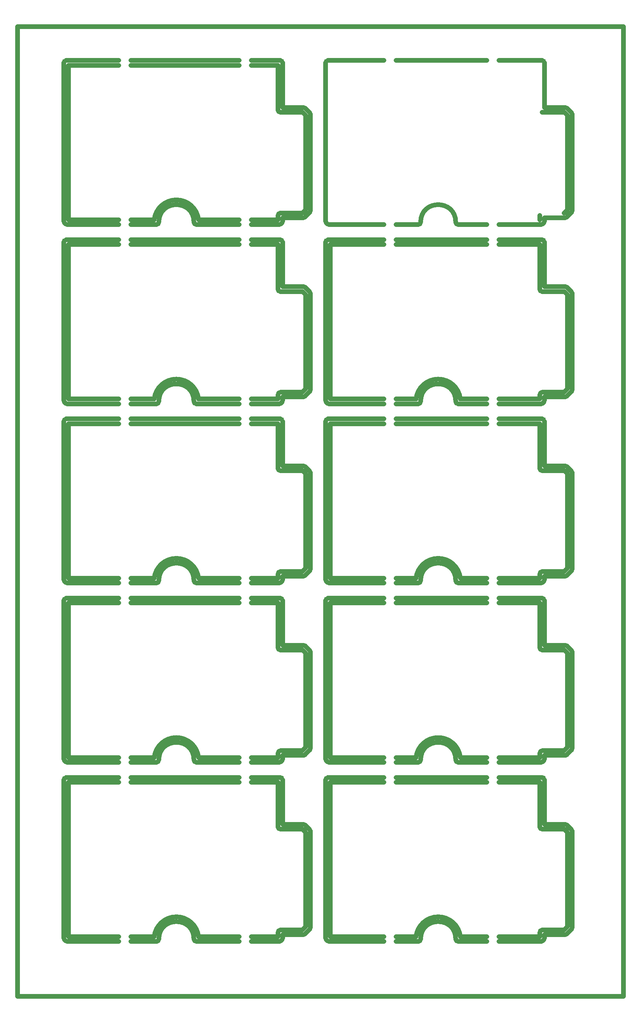
<source format=gbr>
%TF.GenerationSoftware,Altium Limited,Altium Designer,23.9.2 (47)*%
G04 Layer_Color=8388736*
%FSLAX45Y45*%
%MOMM*%
%TF.SameCoordinates,AD479AB8-1AF9-481E-9C01-A3E3F564F201*%
%TF.FilePolarity,Positive*%
%TF.FileFunction,Other,Route_Tool_Path*%
%TF.Part,CustomerPanel*%
G01*
G75*
%TA.AperFunction,NonConductor*%
%ADD52C,1.20000*%
D52*
X20333902Y29241501D02*
G03*
X20316328Y29283929I-60002J0D01*
G01*
X20333902Y29241501D02*
G03*
X20316328Y29283929I-60002J0D01*
G01*
X20202028Y29398227D02*
G03*
X20159599Y29415802I-42428J-42428D01*
G01*
X20202028Y29398227D02*
G03*
X20159599Y29415802I-42428J-42428D01*
G01*
X20316328Y26786072D02*
G03*
X20333902Y26828500I-42428J42428D01*
G01*
X20316328Y26786072D02*
G03*
X20333902Y26828500I-42428J42428D01*
G01*
X20153250Y26647849D02*
G03*
X20195679Y26665421I0J60002D01*
G01*
X20153250Y26647849D02*
G03*
X20195679Y26665421I0J60002D01*
G01*
X20202028Y24897728D02*
G03*
X20159599Y24915302I-42428J-42428D01*
G01*
X20202028Y24897728D02*
G03*
X20159599Y24915302I-42428J-42428D01*
G01*
X19635402Y30536899D02*
G03*
X19575400Y30596902I-60002J0D01*
G01*
X19635402Y30536899D02*
G03*
X19575400Y30596902I-60002J0D01*
G01*
X19617828Y26519373D02*
G03*
X19635402Y26561801I-42428J42428D01*
G01*
X19617828Y26519373D02*
G03*
X19635402Y26561801I-42428J42428D01*
G01*
Y26036401D02*
G03*
X19575400Y26096402I-60002J0D01*
G01*
X19635402Y26036401D02*
G03*
X19575400Y26096402I-60002J0D01*
G01*
X20333902Y24741000D02*
G03*
X20316328Y24783427I-60002J0D01*
G01*
X20333902Y24741000D02*
G03*
X20316328Y24783427I-60002J0D01*
G01*
Y22285571D02*
G03*
X20333902Y22328000I-42428J42428D01*
G01*
X20316328Y22285571D02*
G03*
X20333902Y22328000I-42428J42428D01*
G01*
X20202028Y20397227D02*
G03*
X20159599Y20414803I-42428J-42428D01*
G01*
X20153250Y22147348D02*
G03*
X20195679Y22164922I0J60002D01*
G01*
X20333902Y20240500D02*
G03*
X20316328Y20282928I-60002J0D01*
G01*
X20333902Y20240500D02*
G03*
X20316328Y20282928I-60002J0D01*
G01*
Y17785072D02*
G03*
X20333902Y17827499I-42428J42428D01*
G01*
X20316328Y17785072D02*
G03*
X20333902Y17827499I-42428J42428D01*
G01*
X20153250Y22147348D02*
G03*
X20195679Y22164922I0J60002D01*
G01*
X19617828Y22018872D02*
G03*
X19635402Y22061301I-42428J42428D01*
G01*
X20202028Y20397227D02*
G03*
X20159599Y20414803I-42428J-42428D01*
G01*
X19550000Y26476398D02*
G03*
X19592429Y26493973I0J60002D01*
G01*
X19550000Y26476398D02*
G03*
X19592429Y26493973I0J60002D01*
G01*
X17407198Y26536401D02*
G03*
X17467200Y26476398I60002J0D01*
G01*
X17407198Y26536401D02*
G03*
X17467200Y26476398I60002J0D01*
G01*
X17407198Y26536401D02*
G03*
X16527202Y26536401I-439998J0D01*
G01*
X16467200Y26476398D02*
G03*
X16527202Y26536401I0J60002D01*
G01*
X14203300Y30596902D02*
G03*
X14143298Y30536899I0J-60002D01*
G01*
X14203300Y30596902D02*
G03*
X14143298Y30536899I0J-60002D01*
G01*
Y26561801D02*
G03*
X14160872Y26519373I60002J0D01*
G01*
X14143298Y26561801D02*
G03*
X14160872Y26519373I60002J0D01*
G01*
X16467200Y26476398D02*
G03*
X16527202Y26536401I0J60002D01*
G01*
X14186272Y26493973D02*
G03*
X14228700Y26476398I42428J42428D01*
G01*
X14203300Y26096402D02*
G03*
X14143298Y26036401I0J-60002D01*
G01*
X14186272Y26493973D02*
G03*
X14228700Y26476398I42428J42428D01*
G01*
X14203300Y26096402D02*
G03*
X14143298Y26036401I0J-60002D01*
G01*
X19617828Y22018872D02*
G03*
X19635402Y22061301I-42428J42428D01*
G01*
Y21535899D02*
G03*
X19575400Y21595901I-60002J0D01*
G01*
X19635402Y21535899D02*
G03*
X19575400Y21595901I-60002J0D01*
G01*
X19550000Y21975899D02*
G03*
X19592429Y21993472I0J60002D01*
G01*
X19550000Y21975899D02*
G03*
X19592429Y21993472I0J60002D01*
G01*
X17407198Y22035899D02*
G03*
X16527202Y22035899I-439998J0D01*
G01*
X16467200Y21975899D02*
G03*
X16527202Y22035899I0J60002D01*
G01*
X16467200Y21975899D02*
G03*
X16527202Y22035899I0J60002D01*
G01*
X14143298Y22061301D02*
G03*
X14160872Y22018872I60002J0D01*
G01*
X14143298Y22061301D02*
G03*
X14160872Y22018872I60002J0D01*
G01*
X17407198Y22035899D02*
G03*
X17467200Y21975899I60002J0D01*
G01*
X17407198Y22035899D02*
G03*
X17467200Y21975899I60002J0D01*
G01*
X14186272Y21993472D02*
G03*
X14228700Y21975899I42428J42428D01*
G01*
X14186272Y21993472D02*
G03*
X14228700Y21975899I42428J42428D01*
G01*
X14203300Y21595901D02*
G03*
X14143298Y21535899I0J-60002D01*
G01*
X14203300Y21595901D02*
G03*
X14143298Y21535899I0J-60002D01*
G01*
X20202028Y15896729D02*
G03*
X20159599Y15914302I-42428J-42428D01*
G01*
X20333902Y15739999D02*
G03*
X20316328Y15782428I-60002J0D01*
G01*
X20333902Y15739999D02*
G03*
X20316328Y15782428I-60002J0D01*
G01*
X20153250Y17646848D02*
G03*
X20195679Y17664423I0J60002D01*
G01*
X20153250Y17646848D02*
G03*
X20195679Y17664423I0J60002D01*
G01*
X20202028Y15896729D02*
G03*
X20159599Y15914302I-42428J-42428D01*
G01*
X20316328Y13284572D02*
G03*
X20333902Y13327000I-42428J42428D01*
G01*
X20316328Y13284572D02*
G03*
X20333902Y13327000I-42428J42428D01*
G01*
X20153250Y13146349D02*
G03*
X20195679Y13163922I0J60002D01*
G01*
X20153250Y13146349D02*
G03*
X20195679Y13163922I0J60002D01*
G01*
X19617828Y17518372D02*
G03*
X19635402Y17560800I-42428J42428D01*
G01*
X19617828Y17518372D02*
G03*
X19635402Y17560800I-42428J42428D01*
G01*
Y17035400D02*
G03*
X19575400Y17095403I-60002J0D01*
G01*
X19635402Y17035400D02*
G03*
X19575400Y17095403I-60002J0D01*
G01*
X19550000Y17475398D02*
G03*
X19592429Y17492972I0J60002D01*
G01*
X20333902Y11239500D02*
G03*
X20316328Y11281928I-60002J0D01*
G01*
X20333902Y11239500D02*
G03*
X20316328Y11281928I-60002J0D01*
G01*
X20202028Y11396228D02*
G03*
X20159599Y11413802I-42428J-42428D01*
G01*
X20202028Y11396228D02*
G03*
X20159599Y11413802I-42428J-42428D01*
G01*
X20316328Y8784072D02*
G03*
X20333902Y8826500I-42428J42428D01*
G01*
X20316328Y8784072D02*
G03*
X20333902Y8826500I-42428J42428D01*
G01*
X20153250Y8645848D02*
G03*
X20195679Y8663422I0J60002D01*
G01*
X20153250Y8645848D02*
G03*
X20195679Y8663422I0J60002D01*
G01*
X19617828Y13017873D02*
G03*
X19635402Y13060300I-42428J42428D01*
G01*
X19617828Y13017873D02*
G03*
X19635402Y13060300I-42428J42428D01*
G01*
Y12534900D02*
G03*
X19575400Y12594902I-60002J0D01*
G01*
X19550000Y12974898D02*
G03*
X19592429Y12992471I0J60002D01*
G01*
X19635402Y12534900D02*
G03*
X19575400Y12594902I-60002J0D01*
G01*
X19617828Y8517372D02*
G03*
X19635402Y8559800I-42428J42428D01*
G01*
X19617828Y8517372D02*
G03*
X19635402Y8559800I-42428J42428D01*
G01*
X19550000Y8474398D02*
G03*
X19592429Y8491972I0J60002D01*
G01*
X19550000Y17475398D02*
G03*
X19592429Y17492972I0J60002D01*
G01*
X17407198Y17535400D02*
G03*
X16527202Y17535400I-439998J0D01*
G01*
X17407198D02*
G03*
X17467200Y17475398I60002J0D01*
G01*
X16467200D02*
G03*
X16527202Y17535400I0J60002D01*
G01*
X17407198D02*
G03*
X17467200Y17475398I60002J0D01*
G01*
X17407198Y13034900D02*
G03*
X16527202Y13034900I-439998J0D01*
G01*
X16467200Y17475398D02*
G03*
X16527202Y17535400I0J60002D01*
G01*
X17407198Y13034900D02*
G03*
X17467200Y12974898I60002J0D01*
G01*
X14186272Y17492972D02*
G03*
X14228700Y17475398I42428J42428D01*
G01*
X14143298Y17560800D02*
G03*
X14160872Y17518372I60002J0D01*
G01*
X14186272Y17492972D02*
G03*
X14228700Y17475398I42428J42428D01*
G01*
X14143298Y17560800D02*
G03*
X14160872Y17518372I60002J0D01*
G01*
X14203300Y17095403D02*
G03*
X14143298Y17035400I0J-60002D01*
G01*
X14203300Y17095403D02*
G03*
X14143298Y17035400I0J-60002D01*
G01*
X14186272Y12992471D02*
G03*
X14228700Y12974898I42428J42428D01*
G01*
X14143298Y13060300D02*
G03*
X14160872Y13017873I60002J0D01*
G01*
X19550000Y12974898D02*
G03*
X19592429Y12992471I0J60002D01*
G01*
X17407198Y13034900D02*
G03*
X17467200Y12974898I60002J0D01*
G01*
X16467200D02*
G03*
X16527202Y13034900I0J60002D01*
G01*
X16467200Y12974898D02*
G03*
X16527202Y13034900I0J60002D01*
G01*
X19550000Y8474398D02*
G03*
X19592429Y8491972I0J60002D01*
G01*
X17407198Y8534400D02*
G03*
X16527202Y8534400I-439998J0D01*
G01*
X17407198D02*
G03*
X17467200Y8474398I60002J0D01*
G01*
X17407198Y8534400D02*
G03*
X17467200Y8474398I60002J0D01*
G01*
X16467200D02*
G03*
X16527202Y8534400I0J60002D01*
G01*
X14186272Y12992471D02*
G03*
X14228700Y12974898I42428J42428D01*
G01*
X14143298Y13060300D02*
G03*
X14160872Y13017873I60002J0D01*
G01*
X14203300Y12594902D02*
G03*
X14143298Y12534900I0J-60002D01*
G01*
X14203300Y12594902D02*
G03*
X14143298Y12534900I0J-60002D01*
G01*
X16467200Y8474398D02*
G03*
X16527202Y8534400I0J60002D01*
G01*
X14186272Y8491972D02*
G03*
X14228700Y8474398I42428J42428D01*
G01*
X14143298Y8559800D02*
G03*
X14160872Y8517372I60002J0D01*
G01*
X14186272Y8491972D02*
G03*
X14228700Y8474398I42428J42428D01*
G01*
X14143298Y8559800D02*
G03*
X14160872Y8517372I60002J0D01*
G01*
X13763303Y29241501D02*
G03*
X13745728Y29283929I-60002J0D01*
G01*
X13763303Y29241501D02*
G03*
X13745728Y29283929I-60002J0D01*
G01*
X13631429Y29398227D02*
G03*
X13589000Y29415802I-42428J-42428D01*
G01*
X13631429Y29398227D02*
G03*
X13589000Y29415802I-42428J-42428D01*
G01*
X13745728Y26786072D02*
G03*
X13763303Y26828500I-42428J42428D01*
G01*
X13745728Y26786072D02*
G03*
X13763303Y26828500I-42428J42428D01*
G01*
X13582651Y26647849D02*
G03*
X13625078Y26665421I0J60002D01*
G01*
X13631429Y24897728D02*
G03*
X13589000Y24915302I-42428J-42428D01*
G01*
X13631429Y24897728D02*
G03*
X13589000Y24915302I-42428J-42428D01*
G01*
X13064803Y30536899D02*
G03*
X13004800Y30596902I-60002J0D01*
G01*
X13582651Y26647849D02*
G03*
X13625078Y26665421I0J60002D01*
G01*
X13047227Y26519373D02*
G03*
X13064803Y26561801I-42428J42428D01*
G01*
X13047227Y26519373D02*
G03*
X13064803Y26561801I-42428J42428D01*
G01*
Y26036401D02*
G03*
X13004800Y26096402I-60002J0D01*
G01*
X13064803Y26036401D02*
G03*
X13004800Y26096402I-60002J0D01*
G01*
X13763303Y24741000D02*
G03*
X13745728Y24783427I-60002J0D01*
G01*
X13763303Y24741000D02*
G03*
X13745728Y24783427I-60002J0D01*
G01*
Y22285571D02*
G03*
X13763303Y22328000I-42428J42428D01*
G01*
X13745728Y22285571D02*
G03*
X13763303Y22328000I-42428J42428D01*
G01*
X13631429Y20397227D02*
G03*
X13589000Y20414803I-42428J-42428D01*
G01*
X13763303Y20240500D02*
G03*
X13745728Y20282928I-60002J0D01*
G01*
X13763303Y20240500D02*
G03*
X13745728Y20282928I-60002J0D01*
G01*
Y17785072D02*
G03*
X13763303Y17827499I-42428J42428D01*
G01*
X13745728Y17785072D02*
G03*
X13763303Y17827499I-42428J42428D01*
G01*
X13582651Y22147348D02*
G03*
X13625078Y22164922I0J60002D01*
G01*
X13582651Y22147348D02*
G03*
X13625078Y22164922I0J60002D01*
G01*
X13064803Y21535899D02*
G03*
X13004800Y21595901I-60002J0D01*
G01*
X13631429Y20397227D02*
G03*
X13589000Y20414803I-42428J-42428D01*
G01*
X13064803Y30536899D02*
G03*
X13004800Y30596902I-60002J0D01*
G01*
X10836598Y26536401D02*
G03*
X9956602Y26536401I-439998J0D01*
G01*
X12979401Y26476398D02*
G03*
X13021828Y26493973I0J60002D01*
G01*
X12979401Y26476398D02*
G03*
X13021828Y26493973I0J60002D01*
G01*
X10836598Y26536401D02*
G03*
X10896600Y26476398I60002J0D01*
G01*
X10836598Y26536401D02*
G03*
X10896600Y26476398I60002J0D01*
G01*
X9896600D02*
G03*
X9956602Y26536401I0J60002D01*
G01*
X7632700Y30596902D02*
G03*
X7572698Y30536899I0J-60002D01*
G01*
X7632700Y30596902D02*
G03*
X7572698Y30536899I0J-60002D01*
G01*
Y26561801D02*
G03*
X7590272Y26519373I60002J0D01*
G01*
X7572698Y26561801D02*
G03*
X7590272Y26519373I60002J0D01*
G01*
X9896600Y26476398D02*
G03*
X9956602Y26536401I0J60002D01*
G01*
X7615672Y26493973D02*
G03*
X7658100Y26476398I42428J42428D01*
G01*
X7632700Y26096402D02*
G03*
X7572698Y26036401I0J-60002D01*
G01*
X7615672Y26493973D02*
G03*
X7658100Y26476398I42428J42428D01*
G01*
X7632700Y26096402D02*
G03*
X7572698Y26036401I0J-60002D01*
G01*
X13047227Y22018872D02*
G03*
X13064803Y22061301I-42428J42428D01*
G01*
X12979401Y21975899D02*
G03*
X13021828Y21993472I0J60002D01*
G01*
X13047227Y22018872D02*
G03*
X13064803Y22061301I-42428J42428D01*
G01*
Y21535899D02*
G03*
X13004800Y21595901I-60002J0D01*
G01*
X12979401Y21975899D02*
G03*
X13021828Y21993472I0J60002D01*
G01*
X10836598Y22035899D02*
G03*
X9956602Y22035899I-439998J0D01*
G01*
X10836598D02*
G03*
X10896600Y21975899I60002J0D01*
G01*
X7572698Y22061301D02*
G03*
X7590272Y22018872I60002J0D01*
G01*
X7572698Y22061301D02*
G03*
X7590272Y22018872I60002J0D01*
G01*
X9896600Y21975899D02*
G03*
X9956602Y22035899I0J60002D01*
G01*
X10836598D02*
G03*
X10896600Y21975899I60002J0D01*
G01*
X9896600D02*
G03*
X9956602Y22035899I0J60002D01*
G01*
X7615672Y21993472D02*
G03*
X7658100Y21975899I42428J42428D01*
G01*
X7615672Y21993472D02*
G03*
X7658100Y21975899I42428J42428D01*
G01*
X7632700Y21595901D02*
G03*
X7572698Y21535899I0J-60002D01*
G01*
X7632700Y21595901D02*
G03*
X7572698Y21535899I0J-60002D01*
G01*
X13631429Y15896729D02*
G03*
X13589000Y15914302I-42428J-42428D01*
G01*
X13763303Y15739999D02*
G03*
X13745728Y15782428I-60002J0D01*
G01*
X13763303Y15739999D02*
G03*
X13745728Y15782428I-60002J0D01*
G01*
X13582651Y17646848D02*
G03*
X13625078Y17664423I0J60002D01*
G01*
X13582651Y17646848D02*
G03*
X13625078Y17664423I0J60002D01*
G01*
X13631429Y15896729D02*
G03*
X13589000Y15914302I-42428J-42428D01*
G01*
X13745728Y13284572D02*
G03*
X13763303Y13327000I-42428J42428D01*
G01*
X13745728Y13284572D02*
G03*
X13763303Y13327000I-42428J42428D01*
G01*
X13582651Y13146349D02*
G03*
X13625078Y13163922I0J60002D01*
G01*
X13582651Y13146349D02*
G03*
X13625078Y13163922I0J60002D01*
G01*
X13047227Y17518372D02*
G03*
X13064803Y17560800I-42428J42428D01*
G01*
X13047227Y17518372D02*
G03*
X13064803Y17560800I-42428J42428D01*
G01*
Y17035400D02*
G03*
X13004800Y17095403I-60002J0D01*
G01*
X13064803Y17035400D02*
G03*
X13004800Y17095403I-60002J0D01*
G01*
X13763303Y11239500D02*
G03*
X13745728Y11281928I-60002J0D01*
G01*
X13763303Y11239500D02*
G03*
X13745728Y11281928I-60002J0D01*
G01*
X13631429Y11396228D02*
G03*
X13589000Y11413802I-42428J-42428D01*
G01*
X13631429Y11396228D02*
G03*
X13589000Y11413802I-42428J-42428D01*
G01*
X13745728Y8784072D02*
G03*
X13763303Y8826500I-42428J42428D01*
G01*
X13745728Y8784072D02*
G03*
X13763303Y8826500I-42428J42428D01*
G01*
X13582651Y8645848D02*
G03*
X13625078Y8663422I0J60002D01*
G01*
X13582651Y8645848D02*
G03*
X13625078Y8663422I0J60002D01*
G01*
X13047227Y8517372D02*
G03*
X13064803Y8559800I-42428J42428D01*
G01*
X13047227Y13017873D02*
G03*
X13064803Y13060300I-42428J42428D01*
G01*
X13047227Y13017873D02*
G03*
X13064803Y13060300I-42428J42428D01*
G01*
Y12534900D02*
G03*
X13004800Y12594902I-60002J0D01*
G01*
X12979401Y12974898D02*
G03*
X13021828Y12992471I0J60002D01*
G01*
X13064803Y12534900D02*
G03*
X13004800Y12594902I-60002J0D01*
G01*
X13047227Y8517372D02*
G03*
X13064803Y8559800I-42428J42428D01*
G01*
X12979401Y8474398D02*
G03*
X13021828Y8491972I0J60002D01*
G01*
X12979401Y17475398D02*
G03*
X13021828Y17492972I0J60002D01*
G01*
X12979401Y17475398D02*
G03*
X13021828Y17492972I0J60002D01*
G01*
X10836598Y17535400D02*
G03*
X9956602Y17535400I-439998J0D01*
G01*
X10836598D02*
G03*
X10896600Y17475398I60002J0D01*
G01*
X10836598Y17535400D02*
G03*
X10896600Y17475398I60002J0D01*
G01*
X10836598Y13034900D02*
G03*
X9956602Y13034900I-439998J0D01*
G01*
X9896600Y17475398D02*
G03*
X9956602Y17535400I0J60002D01*
G01*
X10836598Y13034900D02*
G03*
X10896600Y12974898I60002J0D01*
G01*
X7615672Y17492972D02*
G03*
X7658100Y17475398I42428J42428D01*
G01*
X7572698Y17560800D02*
G03*
X7590272Y17518372I60002J0D01*
G01*
X7615672Y17492972D02*
G03*
X7658100Y17475398I42428J42428D01*
G01*
X7572698Y17560800D02*
G03*
X7590272Y17518372I60002J0D01*
G01*
X9896600Y17475398D02*
G03*
X9956602Y17535400I0J60002D01*
G01*
X7632700Y17095403D02*
G03*
X7572698Y17035400I0J-60002D01*
G01*
X7632700Y17095403D02*
G03*
X7572698Y17035400I0J-60002D01*
G01*
X7615672Y12992471D02*
G03*
X7658100Y12974898I42428J42428D01*
G01*
X7572698Y13060300D02*
G03*
X7590272Y13017873I60002J0D01*
G01*
X12979401Y12974898D02*
G03*
X13021828Y12992471I0J60002D01*
G01*
X10836598Y13034900D02*
G03*
X10896600Y12974898I60002J0D01*
G01*
X9896600D02*
G03*
X9956602Y13034900I0J60002D01*
G01*
X9896600Y12974898D02*
G03*
X9956602Y13034900I0J60002D01*
G01*
X12979401Y8474398D02*
G03*
X13021828Y8491972I0J60002D01*
G01*
X10836598Y8534400D02*
G03*
X10896600Y8474398I60002J0D01*
G01*
X10836598Y8534400D02*
G03*
X9956602Y8534400I-439998J0D01*
G01*
X10836598D02*
G03*
X10896600Y8474398I60002J0D01*
G01*
X9896600D02*
G03*
X9956602Y8534400I0J60002D01*
G01*
X9896600Y8474398D02*
G03*
X9956602Y8534400I0J60002D01*
G01*
X7615672Y12992471D02*
G03*
X7658100Y12974898I42428J42428D01*
G01*
X7572698Y13060300D02*
G03*
X7590272Y13017873I60002J0D01*
G01*
X7632700Y12594902D02*
G03*
X7572698Y12534900I0J-60002D01*
G01*
X7632700Y12594902D02*
G03*
X7572698Y12534900I0J-60002D01*
G01*
Y8559800D02*
G03*
X7590272Y8517372I60002J0D01*
G01*
X7615672Y8491972D02*
G03*
X7658100Y8474398I42428J42428D01*
G01*
X7572698Y8559800D02*
G03*
X7590272Y8517372I60002J0D01*
G01*
X7615672Y8491972D02*
G03*
X7658100Y8474398I42428J42428D01*
G01*
X20333902Y29241501D02*
G03*
X20316328Y29283929I-60002J0D01*
G01*
X20333902Y29241501D02*
G03*
X20316328Y29283929I-60002J0D01*
G01*
X20202028Y29398227D02*
G03*
X20159599Y29415802I-42428J-42428D01*
G01*
X20202028Y29398227D02*
G03*
X20159599Y29415802I-42428J-42428D01*
G01*
X20316328Y26786072D02*
G03*
X20333902Y26828500I-42428J42428D01*
G01*
X20316328Y26786072D02*
G03*
X20333902Y26828500I-42428J42428D01*
G01*
X20153250Y26647849D02*
G03*
X20195679Y26665421I0J60002D01*
G01*
X20153250Y26647849D02*
G03*
X20195679Y26665421I0J60002D01*
G01*
X20202028Y24897728D02*
G03*
X20159599Y24915302I-42428J-42428D01*
G01*
X20202028Y24897728D02*
G03*
X20159599Y24915302I-42428J-42428D01*
G01*
X19635402Y30536899D02*
G03*
X19575400Y30596902I-60002J0D01*
G01*
X19635402Y30536899D02*
G03*
X19575400Y30596902I-60002J0D01*
G01*
X19617828Y26519373D02*
G03*
X19635402Y26561801I-42428J42428D01*
G01*
X19617828Y26519373D02*
G03*
X19635402Y26561801I-42428J42428D01*
G01*
Y26036401D02*
G03*
X19575400Y26096402I-60002J0D01*
G01*
X19635402Y26036401D02*
G03*
X19575400Y26096402I-60002J0D01*
G01*
X20333902Y24741000D02*
G03*
X20316328Y24783427I-60002J0D01*
G01*
X20333902Y24741000D02*
G03*
X20316328Y24783427I-60002J0D01*
G01*
Y22285571D02*
G03*
X20333902Y22328000I-42428J42428D01*
G01*
X20316328Y22285571D02*
G03*
X20333902Y22328000I-42428J42428D01*
G01*
X20202028Y20397227D02*
G03*
X20159599Y20414803I-42428J-42428D01*
G01*
X20153250Y22147348D02*
G03*
X20195679Y22164922I0J60002D01*
G01*
X20333902Y20240500D02*
G03*
X20316328Y20282928I-60002J0D01*
G01*
X20333902Y20240500D02*
G03*
X20316328Y20282928I-60002J0D01*
G01*
Y17785072D02*
G03*
X20333902Y17827499I-42428J42428D01*
G01*
X20316328Y17785072D02*
G03*
X20333902Y17827499I-42428J42428D01*
G01*
X20153250Y22147348D02*
G03*
X20195679Y22164922I0J60002D01*
G01*
X19617828Y22018872D02*
G03*
X19635402Y22061301I-42428J42428D01*
G01*
X20202028Y20397227D02*
G03*
X20159599Y20414803I-42428J-42428D01*
G01*
X19550000Y26476398D02*
G03*
X19592429Y26493973I0J60002D01*
G01*
X19550000Y26476398D02*
G03*
X19592429Y26493973I0J60002D01*
G01*
X17407198Y26536401D02*
G03*
X17467200Y26476398I60002J0D01*
G01*
X17407198Y26536401D02*
G03*
X17467200Y26476398I60002J0D01*
G01*
X17407198Y26536401D02*
G03*
X16527202Y26536401I-439998J0D01*
G01*
X16467200Y26476398D02*
G03*
X16527202Y26536401I0J60002D01*
G01*
X14203300Y30596902D02*
G03*
X14143298Y30536899I0J-60002D01*
G01*
X14203300Y30596902D02*
G03*
X14143298Y30536899I0J-60002D01*
G01*
Y26561801D02*
G03*
X14160872Y26519373I60002J0D01*
G01*
X14143298Y26561801D02*
G03*
X14160872Y26519373I60002J0D01*
G01*
X16467200Y26476398D02*
G03*
X16527202Y26536401I0J60002D01*
G01*
X14186272Y26493973D02*
G03*
X14228700Y26476398I42428J42428D01*
G01*
X14203300Y26096402D02*
G03*
X14143298Y26036401I0J-60002D01*
G01*
X14186272Y26493973D02*
G03*
X14228700Y26476398I42428J42428D01*
G01*
X14203300Y26096402D02*
G03*
X14143298Y26036401I0J-60002D01*
G01*
X19617828Y22018872D02*
G03*
X19635402Y22061301I-42428J42428D01*
G01*
Y21535899D02*
G03*
X19575400Y21595901I-60002J0D01*
G01*
X19635402Y21535899D02*
G03*
X19575400Y21595901I-60002J0D01*
G01*
X19550000Y21975899D02*
G03*
X19592429Y21993472I0J60002D01*
G01*
X19550000Y21975899D02*
G03*
X19592429Y21993472I0J60002D01*
G01*
X17407198Y22035899D02*
G03*
X16527202Y22035899I-439998J0D01*
G01*
X16467200Y21975899D02*
G03*
X16527202Y22035899I0J60002D01*
G01*
X16467200Y21975899D02*
G03*
X16527202Y22035899I0J60002D01*
G01*
X14143298Y22061301D02*
G03*
X14160872Y22018872I60002J0D01*
G01*
X14143298Y22061301D02*
G03*
X14160872Y22018872I60002J0D01*
G01*
X17407198Y22035899D02*
G03*
X17467200Y21975899I60002J0D01*
G01*
X17407198Y22035899D02*
G03*
X17467200Y21975899I60002J0D01*
G01*
X14186272Y21993472D02*
G03*
X14228700Y21975899I42428J42428D01*
G01*
X14186272Y21993472D02*
G03*
X14228700Y21975899I42428J42428D01*
G01*
X14203300Y21595901D02*
G03*
X14143298Y21535899I0J-60002D01*
G01*
X14203300Y21595901D02*
G03*
X14143298Y21535899I0J-60002D01*
G01*
X20202028Y15896729D02*
G03*
X20159599Y15914302I-42428J-42428D01*
G01*
X20333902Y15739999D02*
G03*
X20316328Y15782428I-60002J0D01*
G01*
X20333902Y15739999D02*
G03*
X20316328Y15782428I-60002J0D01*
G01*
X20153250Y17646848D02*
G03*
X20195679Y17664423I0J60002D01*
G01*
X20153250Y17646848D02*
G03*
X20195679Y17664423I0J60002D01*
G01*
X20202028Y15896729D02*
G03*
X20159599Y15914302I-42428J-42428D01*
G01*
X20316328Y13284572D02*
G03*
X20333902Y13327000I-42428J42428D01*
G01*
X20316328Y13284572D02*
G03*
X20333902Y13327000I-42428J42428D01*
G01*
X20153250Y13146349D02*
G03*
X20195679Y13163922I0J60002D01*
G01*
X20153250Y13146349D02*
G03*
X20195679Y13163922I0J60002D01*
G01*
X19617828Y17518372D02*
G03*
X19635402Y17560800I-42428J42428D01*
G01*
X19617828Y17518372D02*
G03*
X19635402Y17560800I-42428J42428D01*
G01*
Y17035400D02*
G03*
X19575400Y17095403I-60002J0D01*
G01*
X19635402Y17035400D02*
G03*
X19575400Y17095403I-60002J0D01*
G01*
X19550000Y17475398D02*
G03*
X19592429Y17492972I0J60002D01*
G01*
X20333902Y11239500D02*
G03*
X20316328Y11281928I-60002J0D01*
G01*
X20333902Y11239500D02*
G03*
X20316328Y11281928I-60002J0D01*
G01*
X20202028Y11396228D02*
G03*
X20159599Y11413802I-42428J-42428D01*
G01*
X20202028Y11396228D02*
G03*
X20159599Y11413802I-42428J-42428D01*
G01*
X20316328Y8784072D02*
G03*
X20333902Y8826500I-42428J42428D01*
G01*
X20316328Y8784072D02*
G03*
X20333902Y8826500I-42428J42428D01*
G01*
X20153250Y8645848D02*
G03*
X20195679Y8663422I0J60002D01*
G01*
X20153250Y8645848D02*
G03*
X20195679Y8663422I0J60002D01*
G01*
X19617828Y13017873D02*
G03*
X19635402Y13060300I-42428J42428D01*
G01*
X19617828Y13017873D02*
G03*
X19635402Y13060300I-42428J42428D01*
G01*
Y12534900D02*
G03*
X19575400Y12594902I-60002J0D01*
G01*
X19550000Y12974898D02*
G03*
X19592429Y12992471I0J60002D01*
G01*
X19635402Y12534900D02*
G03*
X19575400Y12594902I-60002J0D01*
G01*
X19617828Y8517372D02*
G03*
X19635402Y8559800I-42428J42428D01*
G01*
X19617828Y8517372D02*
G03*
X19635402Y8559800I-42428J42428D01*
G01*
X19550000Y8474398D02*
G03*
X19592429Y8491972I0J60002D01*
G01*
X19550000Y17475398D02*
G03*
X19592429Y17492972I0J60002D01*
G01*
X17407198Y17535400D02*
G03*
X16527202Y17535400I-439998J0D01*
G01*
X17407198D02*
G03*
X17467200Y17475398I60002J0D01*
G01*
X16467200D02*
G03*
X16527202Y17535400I0J60002D01*
G01*
X17407198D02*
G03*
X17467200Y17475398I60002J0D01*
G01*
X17407198Y13034900D02*
G03*
X16527202Y13034900I-439998J0D01*
G01*
X16467200Y17475398D02*
G03*
X16527202Y17535400I0J60002D01*
G01*
X17407198Y13034900D02*
G03*
X17467200Y12974898I60002J0D01*
G01*
X14186272Y17492972D02*
G03*
X14228700Y17475398I42428J42428D01*
G01*
X14143298Y17560800D02*
G03*
X14160872Y17518372I60002J0D01*
G01*
X14186272Y17492972D02*
G03*
X14228700Y17475398I42428J42428D01*
G01*
X14143298Y17560800D02*
G03*
X14160872Y17518372I60002J0D01*
G01*
X14203300Y17095403D02*
G03*
X14143298Y17035400I0J-60002D01*
G01*
X14203300Y17095403D02*
G03*
X14143298Y17035400I0J-60002D01*
G01*
X14186272Y12992471D02*
G03*
X14228700Y12974898I42428J42428D01*
G01*
X14143298Y13060300D02*
G03*
X14160872Y13017873I60002J0D01*
G01*
X19550000Y12974898D02*
G03*
X19592429Y12992471I0J60002D01*
G01*
X17407198Y13034900D02*
G03*
X17467200Y12974898I60002J0D01*
G01*
X16467200D02*
G03*
X16527202Y13034900I0J60002D01*
G01*
X16467200Y12974898D02*
G03*
X16527202Y13034900I0J60002D01*
G01*
X19550000Y8474398D02*
G03*
X19592429Y8491972I0J60002D01*
G01*
X17407198Y8534400D02*
G03*
X16527202Y8534400I-439998J0D01*
G01*
X17407198D02*
G03*
X17467200Y8474398I60002J0D01*
G01*
X17407198Y8534400D02*
G03*
X17467200Y8474398I60002J0D01*
G01*
X16467200D02*
G03*
X16527202Y8534400I0J60002D01*
G01*
X14186272Y12992471D02*
G03*
X14228700Y12974898I42428J42428D01*
G01*
X14143298Y13060300D02*
G03*
X14160872Y13017873I60002J0D01*
G01*
X14203300Y12594902D02*
G03*
X14143298Y12534900I0J-60002D01*
G01*
X14203300Y12594902D02*
G03*
X14143298Y12534900I0J-60002D01*
G01*
X16467200Y8474398D02*
G03*
X16527202Y8534400I0J60002D01*
G01*
X14186272Y8491972D02*
G03*
X14228700Y8474398I42428J42428D01*
G01*
X14143298Y8559800D02*
G03*
X14160872Y8517372I60002J0D01*
G01*
X14186272Y8491972D02*
G03*
X14228700Y8474398I42428J42428D01*
G01*
X14143298Y8559800D02*
G03*
X14160872Y8517372I60002J0D01*
G01*
X13763303Y29241501D02*
G03*
X13745728Y29283929I-60002J0D01*
G01*
X13763303Y29241501D02*
G03*
X13745728Y29283929I-60002J0D01*
G01*
X13631429Y29398227D02*
G03*
X13589000Y29415802I-42428J-42428D01*
G01*
X13631429Y29398227D02*
G03*
X13589000Y29415802I-42428J-42428D01*
G01*
X13745728Y26786072D02*
G03*
X13763303Y26828500I-42428J42428D01*
G01*
X13745728Y26786072D02*
G03*
X13763303Y26828500I-42428J42428D01*
G01*
X13582651Y26647849D02*
G03*
X13625078Y26665421I0J60002D01*
G01*
X13631429Y24897728D02*
G03*
X13589000Y24915302I-42428J-42428D01*
G01*
X13631429Y24897728D02*
G03*
X13589000Y24915302I-42428J-42428D01*
G01*
X13064803Y30536899D02*
G03*
X13004800Y30596902I-60002J0D01*
G01*
X13582651Y26647849D02*
G03*
X13625078Y26665421I0J60002D01*
G01*
X13047227Y26519373D02*
G03*
X13064803Y26561801I-42428J42428D01*
G01*
X13047227Y26519373D02*
G03*
X13064803Y26561801I-42428J42428D01*
G01*
Y26036401D02*
G03*
X13004800Y26096402I-60002J0D01*
G01*
X13064803Y26036401D02*
G03*
X13004800Y26096402I-60002J0D01*
G01*
X13763303Y24741000D02*
G03*
X13745728Y24783427I-60002J0D01*
G01*
X13763303Y24741000D02*
G03*
X13745728Y24783427I-60002J0D01*
G01*
Y22285571D02*
G03*
X13763303Y22328000I-42428J42428D01*
G01*
X13745728Y22285571D02*
G03*
X13763303Y22328000I-42428J42428D01*
G01*
X13631429Y20397227D02*
G03*
X13589000Y20414803I-42428J-42428D01*
G01*
X13763303Y20240500D02*
G03*
X13745728Y20282928I-60002J0D01*
G01*
X13763303Y20240500D02*
G03*
X13745728Y20282928I-60002J0D01*
G01*
Y17785072D02*
G03*
X13763303Y17827499I-42428J42428D01*
G01*
X13745728Y17785072D02*
G03*
X13763303Y17827499I-42428J42428D01*
G01*
X13582651Y22147348D02*
G03*
X13625078Y22164922I0J60002D01*
G01*
X13582651Y22147348D02*
G03*
X13625078Y22164922I0J60002D01*
G01*
X13064803Y21535899D02*
G03*
X13004800Y21595901I-60002J0D01*
G01*
X13631429Y20397227D02*
G03*
X13589000Y20414803I-42428J-42428D01*
G01*
X13064803Y30536899D02*
G03*
X13004800Y30596902I-60002J0D01*
G01*
X10836598Y26536401D02*
G03*
X9956602Y26536401I-439998J0D01*
G01*
X12979401Y26476398D02*
G03*
X13021828Y26493973I0J60002D01*
G01*
X12979401Y26476398D02*
G03*
X13021828Y26493973I0J60002D01*
G01*
X10836598Y26536401D02*
G03*
X10896600Y26476398I60002J0D01*
G01*
X10836598Y26536401D02*
G03*
X10896600Y26476398I60002J0D01*
G01*
X9896600D02*
G03*
X9956602Y26536401I0J60002D01*
G01*
X7632700Y30596902D02*
G03*
X7572698Y30536899I0J-60002D01*
G01*
X7632700Y30596902D02*
G03*
X7572698Y30536899I0J-60002D01*
G01*
Y26561801D02*
G03*
X7590272Y26519373I60002J0D01*
G01*
X7572698Y26561801D02*
G03*
X7590272Y26519373I60002J0D01*
G01*
X9896600Y26476398D02*
G03*
X9956602Y26536401I0J60002D01*
G01*
X7615672Y26493973D02*
G03*
X7658100Y26476398I42428J42428D01*
G01*
X7632700Y26096402D02*
G03*
X7572698Y26036401I0J-60002D01*
G01*
X7615672Y26493973D02*
G03*
X7658100Y26476398I42428J42428D01*
G01*
X7632700Y26096402D02*
G03*
X7572698Y26036401I0J-60002D01*
G01*
X13047227Y22018872D02*
G03*
X13064803Y22061301I-42428J42428D01*
G01*
X12979401Y21975899D02*
G03*
X13021828Y21993472I0J60002D01*
G01*
X13047227Y22018872D02*
G03*
X13064803Y22061301I-42428J42428D01*
G01*
Y21535899D02*
G03*
X13004800Y21595901I-60002J0D01*
G01*
X12979401Y21975899D02*
G03*
X13021828Y21993472I0J60002D01*
G01*
X10836598Y22035899D02*
G03*
X9956602Y22035899I-439998J0D01*
G01*
X10836598D02*
G03*
X10896600Y21975899I60002J0D01*
G01*
X7572698Y22061301D02*
G03*
X7590272Y22018872I60002J0D01*
G01*
X7572698Y22061301D02*
G03*
X7590272Y22018872I60002J0D01*
G01*
X9896600Y21975899D02*
G03*
X9956602Y22035899I0J60002D01*
G01*
X10836598D02*
G03*
X10896600Y21975899I60002J0D01*
G01*
X9896600D02*
G03*
X9956602Y22035899I0J60002D01*
G01*
X7615672Y21993472D02*
G03*
X7658100Y21975899I42428J42428D01*
G01*
X7615672Y21993472D02*
G03*
X7658100Y21975899I42428J42428D01*
G01*
X7632700Y21595901D02*
G03*
X7572698Y21535899I0J-60002D01*
G01*
X7632700Y21595901D02*
G03*
X7572698Y21535899I0J-60002D01*
G01*
X13631429Y15896729D02*
G03*
X13589000Y15914302I-42428J-42428D01*
G01*
X13763303Y15739999D02*
G03*
X13745728Y15782428I-60002J0D01*
G01*
X13763303Y15739999D02*
G03*
X13745728Y15782428I-60002J0D01*
G01*
X13582651Y17646848D02*
G03*
X13625078Y17664423I0J60002D01*
G01*
X13582651Y17646848D02*
G03*
X13625078Y17664423I0J60002D01*
G01*
X13631429Y15896729D02*
G03*
X13589000Y15914302I-42428J-42428D01*
G01*
X13745728Y13284572D02*
G03*
X13763303Y13327000I-42428J42428D01*
G01*
X13745728Y13284572D02*
G03*
X13763303Y13327000I-42428J42428D01*
G01*
X13582651Y13146349D02*
G03*
X13625078Y13163922I0J60002D01*
G01*
X13582651Y13146349D02*
G03*
X13625078Y13163922I0J60002D01*
G01*
X13047227Y17518372D02*
G03*
X13064803Y17560800I-42428J42428D01*
G01*
X13047227Y17518372D02*
G03*
X13064803Y17560800I-42428J42428D01*
G01*
Y17035400D02*
G03*
X13004800Y17095403I-60002J0D01*
G01*
X13064803Y17035400D02*
G03*
X13004800Y17095403I-60002J0D01*
G01*
X13763303Y11239500D02*
G03*
X13745728Y11281928I-60002J0D01*
G01*
X13763303Y11239500D02*
G03*
X13745728Y11281928I-60002J0D01*
G01*
X13631429Y11396228D02*
G03*
X13589000Y11413802I-42428J-42428D01*
G01*
X13631429Y11396228D02*
G03*
X13589000Y11413802I-42428J-42428D01*
G01*
X13745728Y8784072D02*
G03*
X13763303Y8826500I-42428J42428D01*
G01*
X13745728Y8784072D02*
G03*
X13763303Y8826500I-42428J42428D01*
G01*
X13582651Y8645848D02*
G03*
X13625078Y8663422I0J60002D01*
G01*
X13582651Y8645848D02*
G03*
X13625078Y8663422I0J60002D01*
G01*
X13047227Y8517372D02*
G03*
X13064803Y8559800I-42428J42428D01*
G01*
X13047227Y13017873D02*
G03*
X13064803Y13060300I-42428J42428D01*
G01*
X13047227Y13017873D02*
G03*
X13064803Y13060300I-42428J42428D01*
G01*
Y12534900D02*
G03*
X13004800Y12594902I-60002J0D01*
G01*
X12979401Y12974898D02*
G03*
X13021828Y12992471I0J60002D01*
G01*
X13064803Y12534900D02*
G03*
X13004800Y12594902I-60002J0D01*
G01*
X13047227Y8517372D02*
G03*
X13064803Y8559800I-42428J42428D01*
G01*
X12979401Y8474398D02*
G03*
X13021828Y8491972I0J60002D01*
G01*
X12979401Y17475398D02*
G03*
X13021828Y17492972I0J60002D01*
G01*
X12979401Y17475398D02*
G03*
X13021828Y17492972I0J60002D01*
G01*
X10836598Y17535400D02*
G03*
X9956602Y17535400I-439998J0D01*
G01*
X10836598D02*
G03*
X10896600Y17475398I60002J0D01*
G01*
X10836598Y17535400D02*
G03*
X10896600Y17475398I60002J0D01*
G01*
X10836598Y13034900D02*
G03*
X9956602Y13034900I-439998J0D01*
G01*
X9896600Y17475398D02*
G03*
X9956602Y17535400I0J60002D01*
G01*
X10836598Y13034900D02*
G03*
X10896600Y12974898I60002J0D01*
G01*
X7615672Y17492972D02*
G03*
X7658100Y17475398I42428J42428D01*
G01*
X7572698Y17560800D02*
G03*
X7590272Y17518372I60002J0D01*
G01*
X7615672Y17492972D02*
G03*
X7658100Y17475398I42428J42428D01*
G01*
X7572698Y17560800D02*
G03*
X7590272Y17518372I60002J0D01*
G01*
X9896600Y17475398D02*
G03*
X9956602Y17535400I0J60002D01*
G01*
X7632700Y17095403D02*
G03*
X7572698Y17035400I0J-60002D01*
G01*
X7632700Y17095403D02*
G03*
X7572698Y17035400I0J-60002D01*
G01*
X7615672Y12992471D02*
G03*
X7658100Y12974898I42428J42428D01*
G01*
X7572698Y13060300D02*
G03*
X7590272Y13017873I60002J0D01*
G01*
X12979401Y12974898D02*
G03*
X13021828Y12992471I0J60002D01*
G01*
X10836598Y13034900D02*
G03*
X10896600Y12974898I60002J0D01*
G01*
X9896600D02*
G03*
X9956602Y13034900I0J60002D01*
G01*
X9896600Y12974898D02*
G03*
X9956602Y13034900I0J60002D01*
G01*
X12979401Y8474398D02*
G03*
X13021828Y8491972I0J60002D01*
G01*
X10836598Y8534400D02*
G03*
X10896600Y8474398I60002J0D01*
G01*
X10836598Y8534400D02*
G03*
X9956602Y8534400I-439998J0D01*
G01*
X10836598D02*
G03*
X10896600Y8474398I60002J0D01*
G01*
X9896600D02*
G03*
X9956602Y8534400I0J60002D01*
G01*
X9896600Y8474398D02*
G03*
X9956602Y8534400I0J60002D01*
G01*
X7615672Y12992471D02*
G03*
X7658100Y12974898I42428J42428D01*
G01*
X7572698Y13060300D02*
G03*
X7590272Y13017873I60002J0D01*
G01*
X7632700Y12594902D02*
G03*
X7572698Y12534900I0J-60002D01*
G01*
X7632700Y12594902D02*
G03*
X7572698Y12534900I0J-60002D01*
G01*
Y8559800D02*
G03*
X7590272Y8517372I60002J0D01*
G01*
X7615672Y8491972D02*
G03*
X7658100Y8474398I42428J42428D01*
G01*
X7572698Y8559800D02*
G03*
X7590272Y8517372I60002J0D01*
G01*
X7615672Y8491972D02*
G03*
X7658100Y8474398I42428J42428D01*
G01*
X20333902Y29241501D02*
G03*
X20316328Y29283929I-60002J0D01*
G01*
X20333902Y29241501D02*
G03*
X20316328Y29283929I-60002J0D01*
G01*
X20202028Y29398227D02*
G03*
X20159599Y29415802I-42428J-42428D01*
G01*
X20202028Y29398227D02*
G03*
X20159599Y29415802I-42428J-42428D01*
G01*
X20316328Y26786072D02*
G03*
X20333902Y26828500I-42428J42428D01*
G01*
X20316328Y26786072D02*
G03*
X20333902Y26828500I-42428J42428D01*
G01*
X20153250Y26647849D02*
G03*
X20195679Y26665421I0J60002D01*
G01*
X20153250Y26647849D02*
G03*
X20195679Y26665421I0J60002D01*
G01*
X20202028Y24897728D02*
G03*
X20159599Y24915302I-42428J-42428D01*
G01*
X20202028Y24897728D02*
G03*
X20159599Y24915302I-42428J-42428D01*
G01*
X19635402Y30536899D02*
G03*
X19575400Y30596902I-60002J0D01*
G01*
X19635402Y30536899D02*
G03*
X19575400Y30596902I-60002J0D01*
G01*
X19617828Y26519373D02*
G03*
X19635402Y26561801I-42428J42428D01*
G01*
X19617828Y26519373D02*
G03*
X19635402Y26561801I-42428J42428D01*
G01*
Y26036401D02*
G03*
X19575400Y26096402I-60002J0D01*
G01*
X19635402Y26036401D02*
G03*
X19575400Y26096402I-60002J0D01*
G01*
X19515398Y24855299D02*
G03*
X19575400Y24795297I60002J0D01*
G01*
X20333902Y24741000D02*
G03*
X20316328Y24783427I-60002J0D01*
G01*
X20333902Y24741000D02*
G03*
X20316328Y24783427I-60002J0D01*
G01*
Y22285571D02*
G03*
X20333902Y22328000I-42428J42428D01*
G01*
X20316328Y22285571D02*
G03*
X20333902Y22328000I-42428J42428D01*
G01*
X20202028Y20397227D02*
G03*
X20159599Y20414803I-42428J-42428D01*
G01*
X20153250Y22147348D02*
G03*
X20195679Y22164922I0J60002D01*
G01*
X20333902Y20240500D02*
G03*
X20316328Y20282928I-60002J0D01*
G01*
X20333902Y20240500D02*
G03*
X20316328Y20282928I-60002J0D01*
G01*
Y17785072D02*
G03*
X20333902Y17827499I-42428J42428D01*
G01*
X20316328Y17785072D02*
G03*
X20333902Y17827499I-42428J42428D01*
G01*
X20153250Y22147348D02*
G03*
X20195679Y22164922I0J60002D01*
G01*
X19581750Y22267352D02*
G03*
X19539322Y22249779I0J-60002D01*
G01*
X19532973Y22243428D02*
G03*
X19515398Y22200999I42428J-42428D01*
G01*
X19617828Y22018872D02*
G03*
X19635402Y22061301I-42428J42428D01*
G01*
X20202028Y20397227D02*
G03*
X20159599Y20414803I-42428J-42428D01*
G01*
X19581750Y17766852D02*
G03*
X19539322Y17749278I0J-60002D01*
G01*
X19515398Y20354800D02*
G03*
X19575400Y20294798I60002J0D01*
G01*
X19550000Y26476398D02*
G03*
X19592429Y26493973I0J60002D01*
G01*
X19550000Y26476398D02*
G03*
X19592429Y26493973I0J60002D01*
G01*
X19515398Y24855299D02*
G03*
X19575400Y24795297I60002J0D01*
G01*
X17407198Y26536401D02*
G03*
X17467200Y26476398I60002J0D01*
G01*
X17407198Y26536401D02*
G03*
X17467200Y26476398I60002J0D01*
G01*
X17407198Y26536401D02*
G03*
X16527202Y26536401I-439998J0D01*
G01*
X16467200Y26476398D02*
G03*
X16527202Y26536401I0J60002D01*
G01*
X14203300Y30596902D02*
G03*
X14143298Y30536899I0J-60002D01*
G01*
X14203300Y30596902D02*
G03*
X14143298Y30536899I0J-60002D01*
G01*
Y26561801D02*
G03*
X14160872Y26519373I60002J0D01*
G01*
X14143298Y26561801D02*
G03*
X14160872Y26519373I60002J0D01*
G01*
X16467200Y26476398D02*
G03*
X16527202Y26536401I0J60002D01*
G01*
X14186272Y26493973D02*
G03*
X14228700Y26476398I42428J42428D01*
G01*
X14203300Y26096402D02*
G03*
X14143298Y26036401I0J-60002D01*
G01*
X14186272Y26493973D02*
G03*
X14228700Y26476398I42428J42428D01*
G01*
X14203300Y26096402D02*
G03*
X14143298Y26036401I0J-60002D01*
G01*
X19532973Y22243428D02*
G03*
X19515398Y22200999I42428J-42428D01*
G01*
X19617828Y22018872D02*
G03*
X19635402Y22061301I-42428J42428D01*
G01*
X19581750Y22267352D02*
G03*
X19539322Y22249779I0J-60002D01*
G01*
X19635402Y21535899D02*
G03*
X19575400Y21595901I-60002J0D01*
G01*
X19635402Y21535899D02*
G03*
X19575400Y21595901I-60002J0D01*
G01*
X19532973Y17742928D02*
G03*
X19515398Y17700500I42428J-42428D01*
G01*
X19550000Y21975899D02*
G03*
X19592429Y21993472I0J60002D01*
G01*
X19550000Y21975899D02*
G03*
X19592429Y21993472I0J60002D01*
G01*
X19515398Y20354800D02*
G03*
X19575400Y20294798I60002J0D01*
G01*
X17407198Y22035899D02*
G03*
X16527202Y22035899I-439998J0D01*
G01*
X17523979Y22095901D02*
G03*
X16410422Y22095901I-556779J-60002D01*
G01*
X16467200Y21975899D02*
G03*
X16527202Y22035899I0J60002D01*
G01*
X16467200Y21975899D02*
G03*
X16527202Y22035899I0J60002D01*
G01*
X14143298Y22061301D02*
G03*
X14160872Y22018872I60002J0D01*
G01*
X14143298Y22061301D02*
G03*
X14160872Y22018872I60002J0D01*
G01*
X17407198Y22035899D02*
G03*
X17467200Y21975899I60002J0D01*
G01*
X17407198Y22035899D02*
G03*
X17467200Y21975899I60002J0D01*
G01*
X14186272Y21993472D02*
G03*
X14228700Y21975899I42428J42428D01*
G01*
X14186272Y21993472D02*
G03*
X14228700Y21975899I42428J42428D01*
G01*
X14203300Y21595901D02*
G03*
X14143298Y21535899I0J-60002D01*
G01*
X14203300Y21595901D02*
G03*
X14143298Y21535899I0J-60002D01*
G01*
X20202028Y15896729D02*
G03*
X20159599Y15914302I-42428J-42428D01*
G01*
X20333902Y15739999D02*
G03*
X20316328Y15782428I-60002J0D01*
G01*
X20333902Y15739999D02*
G03*
X20316328Y15782428I-60002J0D01*
G01*
X20153250Y17646848D02*
G03*
X20195679Y17664423I0J60002D01*
G01*
X20153250Y17646848D02*
G03*
X20195679Y17664423I0J60002D01*
G01*
X20202028Y15896729D02*
G03*
X20159599Y15914302I-42428J-42428D01*
G01*
X20316328Y13284572D02*
G03*
X20333902Y13327000I-42428J42428D01*
G01*
X20316328Y13284572D02*
G03*
X20333902Y13327000I-42428J42428D01*
G01*
X20153250Y13146349D02*
G03*
X20195679Y13163922I0J60002D01*
G01*
X20153250Y13146349D02*
G03*
X20195679Y13163922I0J60002D01*
G01*
X19617828Y17518372D02*
G03*
X19635402Y17560800I-42428J42428D01*
G01*
X19617828Y17518372D02*
G03*
X19635402Y17560800I-42428J42428D01*
G01*
Y17035400D02*
G03*
X19575400Y17095403I-60002J0D01*
G01*
X19635402Y17035400D02*
G03*
X19575400Y17095403I-60002J0D01*
G01*
X19550000Y17475398D02*
G03*
X19592429Y17492972I0J60002D01*
G01*
X19532973Y17742928D02*
G03*
X19515398Y17700500I42428J-42428D01*
G01*
X19581750Y13266351D02*
G03*
X19539322Y13248778I0J-60002D01*
G01*
X19515398Y15854300D02*
G03*
X19575400Y15794298I60002J0D01*
G01*
X19532973Y13242429D02*
G03*
X19515398Y13200000I42428J-42428D01*
G01*
X19532973Y13242429D02*
G03*
X19515398Y13200000I42428J-42428D01*
G01*
X20333902Y11239500D02*
G03*
X20316328Y11281928I-60002J0D01*
G01*
X20333902Y11239500D02*
G03*
X20316328Y11281928I-60002J0D01*
G01*
X20202028Y11396228D02*
G03*
X20159599Y11413802I-42428J-42428D01*
G01*
X20202028Y11396228D02*
G03*
X20159599Y11413802I-42428J-42428D01*
G01*
X20316328Y8784072D02*
G03*
X20333902Y8826500I-42428J42428D01*
G01*
X20316328Y8784072D02*
G03*
X20333902Y8826500I-42428J42428D01*
G01*
X20153250Y8645848D02*
G03*
X20195679Y8663422I0J60002D01*
G01*
X20153250Y8645848D02*
G03*
X20195679Y8663422I0J60002D01*
G01*
X19617828Y13017873D02*
G03*
X19635402Y13060300I-42428J42428D01*
G01*
X19617828Y13017873D02*
G03*
X19635402Y13060300I-42428J42428D01*
G01*
Y12534900D02*
G03*
X19575400Y12594902I-60002J0D01*
G01*
X19550000Y12974898D02*
G03*
X19592429Y12992471I0J60002D01*
G01*
X19635402Y12534900D02*
G03*
X19575400Y12594902I-60002J0D01*
G01*
X19581750Y8765852D02*
G03*
X19539322Y8748278I0J-60002D01*
G01*
X19515398Y11353800D02*
G03*
X19575400Y11293798I60002J0D01*
G01*
X19532973Y8741928D02*
G03*
X19515398Y8699500I42428J-42428D01*
G01*
X19532973Y8741928D02*
G03*
X19515398Y8699500I42428J-42428D01*
G01*
X19617828Y8517372D02*
G03*
X19635402Y8559800I-42428J42428D01*
G01*
X19617828Y8517372D02*
G03*
X19635402Y8559800I-42428J42428D01*
G01*
X19550000Y8474398D02*
G03*
X19592429Y8491972I0J60002D01*
G01*
X19581750Y17766852D02*
G03*
X19539322Y17749278I0J-60002D01*
G01*
X19550000Y17475398D02*
G03*
X19592429Y17492972I0J60002D01*
G01*
X17407198Y17535400D02*
G03*
X16527202Y17535400I-439998J0D01*
G01*
X17523979Y17595403D02*
G03*
X16410422Y17595403I-556779J-60002D01*
G01*
X17407198Y17535400D02*
G03*
X17467200Y17475398I60002J0D01*
G01*
X16467200D02*
G03*
X16527202Y17535400I0J60002D01*
G01*
X19515398Y15854300D02*
G03*
X19575400Y15794298I60002J0D01*
G01*
X19581750Y13266351D02*
G03*
X19539322Y13248778I0J-60002D01*
G01*
X17407198Y17535400D02*
G03*
X17467200Y17475398I60002J0D01*
G01*
X17407198Y13034900D02*
G03*
X16527202Y13034900I-439998J0D01*
G01*
X16467200Y17475398D02*
G03*
X16527202Y17535400I0J60002D01*
G01*
X17407198Y13034900D02*
G03*
X17467200Y12974898I60002J0D01*
G01*
X14186272Y17492972D02*
G03*
X14228700Y17475398I42428J42428D01*
G01*
X14143298Y17560800D02*
G03*
X14160872Y17518372I60002J0D01*
G01*
X14186272Y17492972D02*
G03*
X14228700Y17475398I42428J42428D01*
G01*
X14143298Y17560800D02*
G03*
X14160872Y17518372I60002J0D01*
G01*
X14203300Y17095403D02*
G03*
X14143298Y17035400I0J-60002D01*
G01*
X17523979Y13094902D02*
G03*
X16410422Y13094902I-556779J-60002D01*
G01*
X14203300Y17095403D02*
G03*
X14143298Y17035400I0J-60002D01*
G01*
X14186272Y12992471D02*
G03*
X14228700Y12974898I42428J42428D01*
G01*
X14143298Y13060300D02*
G03*
X14160872Y13017873I60002J0D01*
G01*
X19550000Y12974898D02*
G03*
X19592429Y12992471I0J60002D01*
G01*
X19515398Y11353800D02*
G03*
X19575400Y11293798I60002J0D01*
G01*
X19581750Y8765852D02*
G03*
X19539322Y8748278I0J-60002D01*
G01*
X17407198Y13034900D02*
G03*
X17467200Y12974898I60002J0D01*
G01*
X16467200D02*
G03*
X16527202Y13034900I0J60002D01*
G01*
X16467200Y12974898D02*
G03*
X16527202Y13034900I0J60002D01*
G01*
X17523979Y8594402D02*
G03*
X16410422Y8594402I-556779J-60002D01*
G01*
X19550000Y8474398D02*
G03*
X19592429Y8491972I0J60002D01*
G01*
X17407198Y8534400D02*
G03*
X16527202Y8534400I-439998J0D01*
G01*
X17407198D02*
G03*
X17467200Y8474398I60002J0D01*
G01*
X17407198Y8534400D02*
G03*
X17467200Y8474398I60002J0D01*
G01*
X16467200D02*
G03*
X16527202Y8534400I0J60002D01*
G01*
X14186272Y12992471D02*
G03*
X14228700Y12974898I42428J42428D01*
G01*
X14143298Y13060300D02*
G03*
X14160872Y13017873I60002J0D01*
G01*
X14203300Y12594902D02*
G03*
X14143298Y12534900I0J-60002D01*
G01*
X14203300Y12594902D02*
G03*
X14143298Y12534900I0J-60002D01*
G01*
X16467200Y8474398D02*
G03*
X16527202Y8534400I0J60002D01*
G01*
X14186272Y8491972D02*
G03*
X14228700Y8474398I42428J42428D01*
G01*
X14143298Y8559800D02*
G03*
X14160872Y8517372I60002J0D01*
G01*
X14186272Y8491972D02*
G03*
X14228700Y8474398I42428J42428D01*
G01*
X14143298Y8559800D02*
G03*
X14160872Y8517372I60002J0D01*
G01*
X13763303Y29241501D02*
G03*
X13745728Y29283929I-60002J0D01*
G01*
X13763303Y29241501D02*
G03*
X13745728Y29283929I-60002J0D01*
G01*
X13631429Y29398227D02*
G03*
X13589000Y29415802I-42428J-42428D01*
G01*
X13631429Y29398227D02*
G03*
X13589000Y29415802I-42428J-42428D01*
G01*
X13745728Y26786072D02*
G03*
X13763303Y26828500I-42428J42428D01*
G01*
X13745728Y26786072D02*
G03*
X13763303Y26828500I-42428J42428D01*
G01*
X13582651Y26647849D02*
G03*
X13625078Y26665421I0J60002D01*
G01*
X13631429Y24897728D02*
G03*
X13589000Y24915302I-42428J-42428D01*
G01*
X13631429Y24897728D02*
G03*
X13589000Y24915302I-42428J-42428D01*
G01*
X13011150Y26767853D02*
G03*
X12968723Y26750278I0J-60002D01*
G01*
X13064803Y30536899D02*
G03*
X13004800Y30596902I-60002J0D01*
G01*
X12962372Y26743927D02*
G03*
X12944798Y26701501I42428J-42428D01*
G01*
Y29355801D02*
G03*
X13004800Y29295798I60002J0D01*
G01*
X13582651Y26647849D02*
G03*
X13625078Y26665421I0J60002D01*
G01*
X13047227Y26519373D02*
G03*
X13064803Y26561801I-42428J42428D01*
G01*
X13047227Y26519373D02*
G03*
X13064803Y26561801I-42428J42428D01*
G01*
Y26036401D02*
G03*
X13004800Y26096402I-60002J0D01*
G01*
X13064803Y26036401D02*
G03*
X13004800Y26096402I-60002J0D01*
G01*
X12944798Y24855299D02*
G03*
X13004800Y24795297I60002J0D01*
G01*
X13763303Y24741000D02*
G03*
X13745728Y24783427I-60002J0D01*
G01*
X13763303Y24741000D02*
G03*
X13745728Y24783427I-60002J0D01*
G01*
Y22285571D02*
G03*
X13763303Y22328000I-42428J42428D01*
G01*
X13745728Y22285571D02*
G03*
X13763303Y22328000I-42428J42428D01*
G01*
X13631429Y20397227D02*
G03*
X13589000Y20414803I-42428J-42428D01*
G01*
X13763303Y20240500D02*
G03*
X13745728Y20282928I-60002J0D01*
G01*
X13763303Y20240500D02*
G03*
X13745728Y20282928I-60002J0D01*
G01*
Y17785072D02*
G03*
X13763303Y17827499I-42428J42428D01*
G01*
X13745728Y17785072D02*
G03*
X13763303Y17827499I-42428J42428D01*
G01*
X13582651Y22147348D02*
G03*
X13625078Y22164922I0J60002D01*
G01*
X13582651Y22147348D02*
G03*
X13625078Y22164922I0J60002D01*
G01*
X13011150Y22267352D02*
G03*
X12968723Y22249779I0J-60002D01*
G01*
X13064803Y21535899D02*
G03*
X13004800Y21595901I-60002J0D01*
G01*
X13631429Y20397227D02*
G03*
X13589000Y20414803I-42428J-42428D01*
G01*
X13011150Y17766852D02*
G03*
X12968723Y17749278I0J-60002D01*
G01*
X12944798Y20354800D02*
G03*
X13004800Y20294798I60002J0D01*
G01*
X12962372Y17742928D02*
G03*
X12944798Y17700500I42428J-42428D01*
G01*
X13064803Y30536899D02*
G03*
X13004800Y30596902I-60002J0D01*
G01*
X13011150Y26767853D02*
G03*
X12968723Y26750278I0J-60002D01*
G01*
X12944798Y29355801D02*
G03*
X13004800Y29295798I60002J0D01*
G01*
X12962372Y26743927D02*
G03*
X12944798Y26701501I42428J-42428D01*
G01*
X10836598Y26536401D02*
G03*
X9956602Y26536401I-439998J0D01*
G01*
X12979401Y26476398D02*
G03*
X13021828Y26493973I0J60002D01*
G01*
X12979401Y26476398D02*
G03*
X13021828Y26493973I0J60002D01*
G01*
X10836598Y26536401D02*
G03*
X10896600Y26476398I60002J0D01*
G01*
X10953379Y26596402D02*
G03*
X9839821Y26596402I-556779J-60002D01*
G01*
X10836598Y26536401D02*
G03*
X10896600Y26476398I60002J0D01*
G01*
X9896600D02*
G03*
X9956602Y26536401I0J60002D01*
G01*
X7632700Y30596902D02*
G03*
X7572698Y30536899I0J-60002D01*
G01*
X7632700Y30596902D02*
G03*
X7572698Y30536899I0J-60002D01*
G01*
Y26561801D02*
G03*
X7590272Y26519373I60002J0D01*
G01*
X7572698Y26561801D02*
G03*
X7590272Y26519373I60002J0D01*
G01*
X9896600Y26476398D02*
G03*
X9956602Y26536401I0J60002D01*
G01*
X7615672Y26493973D02*
G03*
X7658100Y26476398I42428J42428D01*
G01*
X7632700Y26096402D02*
G03*
X7572698Y26036401I0J-60002D01*
G01*
X7615672Y26493973D02*
G03*
X7658100Y26476398I42428J42428D01*
G01*
X7632700Y26096402D02*
G03*
X7572698Y26036401I0J-60002D01*
G01*
X12962372Y22243428D02*
G03*
X12944798Y22200999I42428J-42428D01*
G01*
X12962372Y22243428D02*
G03*
X12944798Y22200999I42428J-42428D01*
G01*
X13011150Y22267352D02*
G03*
X12968723Y22249779I0J-60002D01*
G01*
X12944798Y24855299D02*
G03*
X13004800Y24795297I60002J0D01*
G01*
X13047227Y22018872D02*
G03*
X13064803Y22061301I-42428J42428D01*
G01*
X12979401Y21975899D02*
G03*
X13021828Y21993472I0J60002D01*
G01*
X13047227Y22018872D02*
G03*
X13064803Y22061301I-42428J42428D01*
G01*
Y21535899D02*
G03*
X13004800Y21595901I-60002J0D01*
G01*
X12979401Y21975899D02*
G03*
X13021828Y21993472I0J60002D01*
G01*
X12944798Y20354800D02*
G03*
X13004800Y20294798I60002J0D01*
G01*
X10953379Y22095901D02*
G03*
X9839821Y22095901I-556779J-60002D01*
G01*
X10836598Y22035899D02*
G03*
X9956602Y22035899I-439998J0D01*
G01*
X10836598D02*
G03*
X10896600Y21975899I60002J0D01*
G01*
X7572698Y22061301D02*
G03*
X7590272Y22018872I60002J0D01*
G01*
X7572698Y22061301D02*
G03*
X7590272Y22018872I60002J0D01*
G01*
X9896600Y21975899D02*
G03*
X9956602Y22035899I0J60002D01*
G01*
X10836598D02*
G03*
X10896600Y21975899I60002J0D01*
G01*
X9896600D02*
G03*
X9956602Y22035899I0J60002D01*
G01*
X7615672Y21993472D02*
G03*
X7658100Y21975899I42428J42428D01*
G01*
X7615672Y21993472D02*
G03*
X7658100Y21975899I42428J42428D01*
G01*
X7632700Y21595901D02*
G03*
X7572698Y21535899I0J-60002D01*
G01*
X7632700Y21595901D02*
G03*
X7572698Y21535899I0J-60002D01*
G01*
X13631429Y15896729D02*
G03*
X13589000Y15914302I-42428J-42428D01*
G01*
X13763303Y15739999D02*
G03*
X13745728Y15782428I-60002J0D01*
G01*
X13763303Y15739999D02*
G03*
X13745728Y15782428I-60002J0D01*
G01*
X13582651Y17646848D02*
G03*
X13625078Y17664423I0J60002D01*
G01*
X13582651Y17646848D02*
G03*
X13625078Y17664423I0J60002D01*
G01*
X13631429Y15896729D02*
G03*
X13589000Y15914302I-42428J-42428D01*
G01*
X13745728Y13284572D02*
G03*
X13763303Y13327000I-42428J42428D01*
G01*
X13745728Y13284572D02*
G03*
X13763303Y13327000I-42428J42428D01*
G01*
X13582651Y13146349D02*
G03*
X13625078Y13163922I0J60002D01*
G01*
X13582651Y13146349D02*
G03*
X13625078Y13163922I0J60002D01*
G01*
X13047227Y17518372D02*
G03*
X13064803Y17560800I-42428J42428D01*
G01*
X13047227Y17518372D02*
G03*
X13064803Y17560800I-42428J42428D01*
G01*
Y17035400D02*
G03*
X13004800Y17095403I-60002J0D01*
G01*
X12962372Y17742928D02*
G03*
X12944798Y17700500I42428J-42428D01*
G01*
X13064803Y17035400D02*
G03*
X13004800Y17095403I-60002J0D01*
G01*
X13011150Y13266351D02*
G03*
X12968723Y13248778I0J-60002D01*
G01*
X12962372Y13242429D02*
G03*
X12944798Y13200000I42428J-42428D01*
G01*
X12962372Y13242429D02*
G03*
X12944798Y13200000I42428J-42428D01*
G01*
Y15854300D02*
G03*
X13004800Y15794298I60002J0D01*
G01*
X13763303Y11239500D02*
G03*
X13745728Y11281928I-60002J0D01*
G01*
X13763303Y11239500D02*
G03*
X13745728Y11281928I-60002J0D01*
G01*
X13631429Y11396228D02*
G03*
X13589000Y11413802I-42428J-42428D01*
G01*
X13631429Y11396228D02*
G03*
X13589000Y11413802I-42428J-42428D01*
G01*
X13745728Y8784072D02*
G03*
X13763303Y8826500I-42428J42428D01*
G01*
X13745728Y8784072D02*
G03*
X13763303Y8826500I-42428J42428D01*
G01*
X13582651Y8645848D02*
G03*
X13625078Y8663422I0J60002D01*
G01*
X13582651Y8645848D02*
G03*
X13625078Y8663422I0J60002D01*
G01*
X13047227Y8517372D02*
G03*
X13064803Y8559800I-42428J42428D01*
G01*
X13047227Y13017873D02*
G03*
X13064803Y13060300I-42428J42428D01*
G01*
X13047227Y13017873D02*
G03*
X13064803Y13060300I-42428J42428D01*
G01*
Y12534900D02*
G03*
X13004800Y12594902I-60002J0D01*
G01*
X12979401Y12974898D02*
G03*
X13021828Y12992471I0J60002D01*
G01*
X13064803Y12534900D02*
G03*
X13004800Y12594902I-60002J0D01*
G01*
X12944798Y11353800D02*
G03*
X13004800Y11293798I60002J0D01*
G01*
X13011150Y8765852D02*
G03*
X12968723Y8748278I0J-60002D01*
G01*
X12962372Y8741928D02*
G03*
X12944798Y8699500I42428J-42428D01*
G01*
X13047227Y8517372D02*
G03*
X13064803Y8559800I-42428J42428D01*
G01*
X12962372Y8741928D02*
G03*
X12944798Y8699500I42428J-42428D01*
G01*
X12979401Y8474398D02*
G03*
X13021828Y8491972I0J60002D01*
G01*
X13011150Y17766852D02*
G03*
X12968723Y17749278I0J-60002D01*
G01*
X12979401Y17475398D02*
G03*
X13021828Y17492972I0J60002D01*
G01*
X12979401Y17475398D02*
G03*
X13021828Y17492972I0J60002D01*
G01*
X10836598Y17535400D02*
G03*
X9956602Y17535400I-439998J0D01*
G01*
X10953379Y17595403D02*
G03*
X9839821Y17595403I-556779J-60002D01*
G01*
X10836598Y17535400D02*
G03*
X10896600Y17475398I60002J0D01*
G01*
X12944798Y15854300D02*
G03*
X13004800Y15794298I60002J0D01*
G01*
X13011150Y13266351D02*
G03*
X12968723Y13248778I0J-60002D01*
G01*
X10836598Y17535400D02*
G03*
X10896600Y17475398I60002J0D01*
G01*
X10836598Y13034900D02*
G03*
X9956602Y13034900I-439998J0D01*
G01*
X9896600Y17475398D02*
G03*
X9956602Y17535400I0J60002D01*
G01*
X10836598Y13034900D02*
G03*
X10896600Y12974898I60002J0D01*
G01*
X7615672Y17492972D02*
G03*
X7658100Y17475398I42428J42428D01*
G01*
X7572698Y17560800D02*
G03*
X7590272Y17518372I60002J0D01*
G01*
X7615672Y17492972D02*
G03*
X7658100Y17475398I42428J42428D01*
G01*
X7572698Y17560800D02*
G03*
X7590272Y17518372I60002J0D01*
G01*
X9896600Y17475398D02*
G03*
X9956602Y17535400I0J60002D01*
G01*
X7632700Y17095403D02*
G03*
X7572698Y17035400I0J-60002D01*
G01*
X10953379Y13094902D02*
G03*
X9839821Y13094902I-556779J-60002D01*
G01*
X7632700Y17095403D02*
G03*
X7572698Y17035400I0J-60002D01*
G01*
X7615672Y12992471D02*
G03*
X7658100Y12974898I42428J42428D01*
G01*
X7572698Y13060300D02*
G03*
X7590272Y13017873I60002J0D01*
G01*
X12979401Y12974898D02*
G03*
X13021828Y12992471I0J60002D01*
G01*
X12944798Y11353800D02*
G03*
X13004800Y11293798I60002J0D01*
G01*
X13011150Y8765852D02*
G03*
X12968723Y8748278I0J-60002D01*
G01*
X10836598Y13034900D02*
G03*
X10896600Y12974898I60002J0D01*
G01*
X9896600D02*
G03*
X9956602Y13034900I0J60002D01*
G01*
X9896600Y12974898D02*
G03*
X9956602Y13034900I0J60002D01*
G01*
X10953379Y8594402D02*
G03*
X9839821Y8594402I-556779J-60002D01*
G01*
X12979401Y8474398D02*
G03*
X13021828Y8491972I0J60002D01*
G01*
X10836598Y8534400D02*
G03*
X10896600Y8474398I60002J0D01*
G01*
X10836598Y8534400D02*
G03*
X9956602Y8534400I-439998J0D01*
G01*
X10836598D02*
G03*
X10896600Y8474398I60002J0D01*
G01*
X9896600D02*
G03*
X9956602Y8534400I0J60002D01*
G01*
X9896600Y8474398D02*
G03*
X9956602Y8534400I0J60002D01*
G01*
X7615672Y12992471D02*
G03*
X7658100Y12974898I42428J42428D01*
G01*
X7572698Y13060300D02*
G03*
X7590272Y13017873I60002J0D01*
G01*
X7632700Y12594902D02*
G03*
X7572698Y12534900I0J-60002D01*
G01*
X7632700Y12594902D02*
G03*
X7572698Y12534900I0J-60002D01*
G01*
Y8559800D02*
G03*
X7590272Y8517372I60002J0D01*
G01*
X7615672Y8491972D02*
G03*
X7658100Y8474398I42428J42428D01*
G01*
X7572698Y8559800D02*
G03*
X7590272Y8517372I60002J0D01*
G01*
X7615672Y8491972D02*
G03*
X7658100Y8474398I42428J42428D01*
G01*
X18491200Y26476398D02*
X19550000D01*
X17467200D02*
X18186400D01*
X18491200D02*
X19550000D01*
X17467200D02*
X18186400D01*
X18491200D02*
X19550000D01*
X17467200D02*
X18186400D01*
X18491200Y21975899D02*
X19550000D01*
X17467200D02*
X18186400D01*
X18491200D02*
X19550000D01*
X17467200D02*
X18186400D01*
X18491200Y22095901D02*
X19515398D01*
X17523979D02*
X18186400D01*
X18491200Y17595403D02*
X19515398D01*
X17523979D02*
X18186400D01*
X18491200Y21975899D02*
X19550000D01*
X17467200D02*
X18186400D01*
X18491200Y17475398D02*
X19550000D01*
X17467200D02*
X18186400D01*
X18491200D02*
X19550000D01*
X17467200D02*
X18186400D01*
X18491200Y12974898D02*
X19550000D01*
X17467200D02*
X18186400D01*
X18491200D02*
X19550000D01*
X17467200D02*
X18186400D01*
X18491200Y17475398D02*
X19550000D01*
X17467200D02*
X18186400D01*
X18491200Y8474398D02*
X19550000D01*
X17467200D02*
X18186400D01*
X18491200Y12974898D02*
X19550000D01*
X17467200D02*
X18186400D01*
X18491200Y8594402D02*
X19515398D01*
X17523979D02*
X18186400D01*
X18491200Y13094902D02*
X19515398D01*
X17523979D02*
X18186400D01*
X18491200Y8474398D02*
X19550000D01*
X17467200D02*
X18186400D01*
X18491200D02*
X19550000D01*
X17467200D02*
X18186400D01*
X18491200Y30596902D02*
X19575400D01*
X15913100D02*
X18186400D01*
X18491200D02*
X19575400D01*
X15913100D02*
X18186400D01*
X18491200D02*
X19575400D01*
X15913100D02*
X18186400D01*
X18491200Y26096402D02*
X19575400D01*
X15913100D02*
X18186400D01*
X18491200D02*
X19575400D01*
X15913100D02*
X18186400D01*
X18491200Y25976398D02*
X19515398D01*
X15913100D02*
X18186400D01*
X18491200Y21595901D02*
X19575400D01*
X15913100D02*
X18186400D01*
X18491200Y26096402D02*
X19575400D01*
X15913100D02*
X18186400D01*
X18491200Y21595901D02*
X19575400D01*
X15913100D02*
X18186400D01*
X18491200D02*
X19575400D01*
X15913100D02*
X18186400D01*
X18491200Y17095403D02*
X19575400D01*
X15913100D02*
X18186400D01*
X18491200D02*
X19575400D01*
X15913100D02*
X18186400D01*
X18491200D02*
X19575400D01*
X15913100D02*
X18186400D01*
X18491200Y12594902D02*
X19575400D01*
X15913100D02*
X18186400D01*
X18491200D02*
X19575400D01*
X15913100D02*
X18186400D01*
X18491200Y16975398D02*
X19515398D01*
X15913100D02*
X18186400D01*
X18491200Y21475899D02*
X19515398D01*
X15913100D02*
X18186400D01*
X18491200Y12474898D02*
X19515398D01*
X15913100D02*
X18186400D01*
X18491200Y12594902D02*
X19575400D01*
X15913100D02*
X18186400D01*
X15913100Y26476398D02*
X16467200D01*
X14228700D02*
X15608299D01*
X14263303Y25976398D02*
X15608299D01*
X15913100Y26476398D02*
X16467200D01*
X14228700D02*
X15608299D01*
X14263303Y21475899D02*
X15608299D01*
X15913100Y21975899D02*
X16467200D01*
X14228700D02*
X15608299D01*
X15913100Y26476398D02*
X16467200D01*
X14228700D02*
X15608299D01*
X15913100Y22095901D02*
X16410422D01*
X14263303D02*
X15608299D01*
X15913100Y21975899D02*
X16467200D01*
X14228700D02*
X15608299D01*
X15913100Y17595403D02*
X16410422D01*
X14263303D02*
X15608299D01*
X15913100Y21975899D02*
X16467200D01*
X14228700D02*
X15608299D01*
X15913100Y17475398D02*
X16467200D01*
X14228700D02*
X15608299D01*
X14263303Y16975398D02*
X15608299D01*
X15913100Y12974898D02*
X16467200D01*
X14228700D02*
X15608299D01*
X14263303Y12474898D02*
X15608299D01*
X15913100Y12974898D02*
X16467200D01*
X14228700D02*
X15608299D01*
X15913100Y8594402D02*
X16410422D01*
X14263303D02*
X15608299D01*
X15913100Y13094902D02*
X16410422D01*
X14263303D02*
X15608299D01*
X15913100Y8474398D02*
X16467200D01*
X14228700D02*
X15608299D01*
X15913100D02*
X16467200D01*
X14228700D02*
X15608299D01*
X14203300Y30596902D02*
X15608299D01*
X14203300D02*
X15608299D01*
X14203300D02*
X15608299D01*
X14203300Y26096402D02*
X15608299D01*
X14203300D02*
X15608299D01*
X14203300Y21595901D02*
X15608299D01*
X14203300D02*
X15608299D01*
X14203300Y26096402D02*
X15608299D01*
X15913100Y17475398D02*
X16467200D01*
X14228700D02*
X15608299D01*
X14203300Y21595901D02*
X15608299D01*
X14203300Y17095403D02*
X15608299D01*
X14203300D02*
X15608299D01*
X14203300D02*
X15608299D01*
X14203300Y12594902D02*
X15608299D01*
X14203300D02*
X15608299D01*
X15913100Y12974898D02*
X16467200D01*
X14228700D02*
X15608299D01*
X15913100Y17475398D02*
X16467200D01*
X14228700D02*
X15608299D01*
X15913100Y8474398D02*
X16467200D01*
X14228700D02*
X15608299D01*
X14203300Y12594902D02*
X15608299D01*
X12280900Y26476398D02*
X12979401D01*
X10896600D02*
X11976100D01*
X12280900D02*
X12979401D01*
X10896600D02*
X11976100D01*
X12280900D02*
X12979401D01*
X10896600D02*
X11976100D01*
X12280900Y17475398D02*
X12979401D01*
X10896600D02*
X11976100D01*
X12280900Y21975899D02*
X12979401D01*
X10896600D02*
X11976100D01*
X12280900Y26596402D02*
X12944798D01*
X10953379D02*
X11976100D01*
X12280900Y22095901D02*
X12944798D01*
X10953379D02*
X11976100D01*
X12280900Y21975899D02*
X12979401D01*
X10896600D02*
X11976100D01*
X12280900Y17595403D02*
X12944798D01*
X10953379D02*
X11976100D01*
X12280900Y21975899D02*
X12979401D01*
X10896600D02*
X11976100D01*
X12280900Y17475398D02*
X12979401D01*
X10896600D02*
X11976100D01*
X12280900Y12974898D02*
X12979401D01*
X10896600D02*
X11976100D01*
X12280900Y17475398D02*
X12979401D01*
X10896600D02*
X11976100D01*
X12280900Y12974898D02*
X12979401D01*
X10896600D02*
X11976100D01*
X12280900D02*
X12979401D01*
X10896600D02*
X11976100D01*
X12280900Y13094902D02*
X12944798D01*
X10953379D02*
X11976100D01*
X12280900Y8594402D02*
X12944798D01*
X10953379D02*
X11976100D01*
X12280900Y8474398D02*
X12979401D01*
X10896600D02*
X11976100D01*
X12280900D02*
X12979401D01*
X10896600D02*
X11976100D01*
X12280900D02*
X12979401D01*
X10896600D02*
X11976100D01*
X12280900Y30596902D02*
X13004800D01*
X9258300D02*
X11976100D01*
X12280900D02*
X13004800D01*
X9258300D02*
X11976100D01*
X12280900D02*
X13004800D01*
X9258300D02*
X11976100D01*
X12280900Y26096402D02*
X13004800D01*
X9258300D02*
X11976100D01*
X12280900D02*
X13004800D01*
X9258300D02*
X11976100D01*
X12280900D02*
X13004800D01*
X9258300D02*
X11976100D01*
X12280900Y25976398D02*
X12944798D01*
X9258300D02*
X11976100D01*
X12280900Y30476898D02*
X12944798D01*
X9258300D02*
X11976100D01*
X12280900Y21595901D02*
X13004800D01*
X9258300D02*
X11976100D01*
X12280900D02*
X13004800D01*
X9258300D02*
X11976100D01*
X12280900Y17095403D02*
X13004800D01*
X9258300D02*
X11976100D01*
X12280900D02*
X13004800D01*
X9258300D02*
X11976100D01*
X12280900Y21595901D02*
X13004800D01*
X9258300D02*
X11976100D01*
X12280900Y12594902D02*
X13004800D01*
X9258300D02*
X11976100D01*
X12280900Y17095403D02*
X13004800D01*
X9258300D02*
X11976100D01*
X12280900Y16975398D02*
X12944798D01*
X9258300D02*
X11976100D01*
X12280900Y12594902D02*
X13004800D01*
X9258300D02*
X11976100D01*
X12280900Y21475899D02*
X12944798D01*
X9258300D02*
X11976100D01*
X12280900Y12474898D02*
X12944798D01*
X9258300D02*
X11976100D01*
X12280900Y12594902D02*
X13004800D01*
X9258300D02*
X11976100D01*
X7692702Y30476898D02*
X8953500D01*
X9258300Y26476398D02*
X9896600D01*
X7658100D02*
X8953500D01*
X9258300D02*
X9896600D01*
X7658100D02*
X8953500D01*
X7692702Y25976398D02*
X8953500D01*
X9258300Y26476398D02*
X9896600D01*
X7658100D02*
X8953500D01*
X9258300Y26596402D02*
X9839821D01*
X7692702D02*
X8953500D01*
X9258300Y22095901D02*
X9839821D01*
X7692702D02*
X8953500D01*
X9258300Y21975899D02*
X9896600D01*
X7658100D02*
X8953500D01*
X9258300D02*
X9896600D01*
X7658100D02*
X8953500D01*
X9258300D02*
X9896600D01*
X7658100D02*
X8953500D01*
X7692702Y21475899D02*
X8953500D01*
X7692702Y16975398D02*
X8953500D01*
X9258300Y12974898D02*
X9896600D01*
X7658100D02*
X8953500D01*
X7692702Y12474898D02*
X8953500D01*
X9258300Y12974898D02*
X9896600D01*
X7658100D02*
X8953500D01*
X9258300Y17595403D02*
X9839821D01*
X7692702D02*
X8953500D01*
X9258300Y13094902D02*
X9839821D01*
X7692702D02*
X8953500D01*
X9258300Y12974898D02*
X9896600D01*
X7658100D02*
X8953500D01*
X9258300Y8594402D02*
X9839821D01*
X7692702D02*
X8953500D01*
X9258300Y8474398D02*
X9896600D01*
X7658100D02*
X8953500D01*
X7632700Y30596902D02*
X8953500D01*
X7632700D02*
X8953500D01*
X7632700D02*
X8953500D01*
X7632700Y26096402D02*
X8953500D01*
X7632700D02*
X8953500D01*
X7632700Y21595901D02*
X8953500D01*
X7632700D02*
X8953500D01*
X7632700Y26096402D02*
X8953500D01*
X9258300Y17475398D02*
X9896600D01*
X7658100D02*
X8953500D01*
X7632700Y21595901D02*
X8953500D01*
X7632700Y17095403D02*
X8953500D01*
X7632700D02*
X8953500D01*
X7632700D02*
X8953500D01*
X7632700Y12594902D02*
X8953500D01*
X7632700D02*
X8953500D01*
X9258300Y17475398D02*
X9896600D01*
X7658100D02*
X8953500D01*
X9258300D02*
X9896600D01*
X7658100D02*
X8953500D01*
X7632700Y12594902D02*
X8953500D01*
X9258300Y8474398D02*
X9896600D01*
X7658100D02*
X8953500D01*
X9258300D02*
X9896600D01*
X7658100D02*
X8953500D01*
X20202028Y29398227D02*
X20316328Y29283929D01*
X20333902Y26828500D02*
Y29241501D01*
X20195679Y26665421D02*
X20316328Y26786072D01*
X20202028Y24897728D02*
X20316328Y24783427D01*
X19635402Y29415802D02*
X20159599D01*
X19635402D02*
Y30536899D01*
Y26647849D02*
X20153250D01*
X19635402Y26561801D02*
Y26647849D01*
Y24915302D02*
X20159599D01*
X19635402D02*
Y26036401D01*
X20333902Y22328000D02*
Y24741000D01*
X20195679Y22164922D02*
X20316328Y22285571D01*
X20202028Y20397227D02*
X20316328Y20282928D01*
X20333902Y17827499D02*
Y20240500D01*
X20195679Y17664423D02*
X20316328Y17785072D01*
X19635402Y22147348D02*
X20153250D01*
X19635402Y20414803D02*
X20159599D01*
X19592429Y26493973D02*
X19617828Y26519373D01*
X14143298Y26561801D02*
Y30536899D01*
X14160872Y26519373D02*
X14186272Y26493973D01*
X14143298Y22061301D02*
Y26036401D01*
X19635402Y22061301D02*
Y22147348D01*
X19592429Y21993472D02*
X19617828Y22018872D01*
X19635402Y20414803D02*
Y21535899D01*
X14160872Y22018872D02*
X14186272Y21993472D01*
X20202028Y15896729D02*
X20316328Y15782428D01*
X19635402Y17560800D02*
Y17646848D01*
X20333902Y13327000D02*
Y15739999D01*
X20195679Y13163922D02*
X20316328Y13284572D01*
X19635402Y13060300D02*
Y13146349D01*
Y17646848D02*
X20153250D01*
X19592429Y17492972D02*
X19617828Y17518372D01*
X19635402Y15914302D02*
X20159599D01*
X19635402Y13146349D02*
X20153250D01*
X19635402Y15914302D02*
Y17035400D01*
X20202028Y11396228D02*
X20316328Y11281928D01*
X19635402Y11413802D02*
Y12534900D01*
X20333902Y8826500D02*
Y11239500D01*
X20195679Y8663422D02*
X20316328Y8784072D01*
X19635402Y8559800D02*
Y8645848D01*
Y11413802D02*
X20159599D01*
X19592429Y12992471D02*
X19617828Y13017873D01*
X19635402Y8645848D02*
X20153250D01*
X19592429Y8491972D02*
X19617828Y8517372D01*
X14143298Y17560800D02*
Y21535899D01*
X14160872Y17518372D02*
X14186272Y17492972D01*
X14143298Y13060300D02*
Y17035400D01*
X14160872Y13017873D02*
X14186272Y12992471D01*
X14143298Y8559800D02*
Y12534900D01*
X14160872Y8517372D02*
X14186272Y8491972D01*
X13631429Y29398227D02*
X13745728Y29283929D01*
X13763303Y26828500D02*
Y29241501D01*
X13625078Y26665421D02*
X13745728Y26786072D01*
X13631429Y24897728D02*
X13745728Y24783427D01*
X13064803Y29415802D02*
X13589000D01*
X13064803Y26647849D02*
X13582651D01*
X13064803Y29415802D02*
Y30536899D01*
Y26561801D02*
Y26647849D01*
Y24915302D02*
X13589000D01*
X13064803D02*
Y26036401D01*
X13763303Y22328000D02*
Y24741000D01*
X13625078Y22164922D02*
X13745728Y22285571D01*
X13763303Y17827499D02*
Y20240500D01*
X13631429Y20397227D02*
X13745728Y20282928D01*
X13625078Y17664423D02*
X13745728Y17785072D01*
X13064803Y22147348D02*
X13582651D01*
X13064803Y20414803D02*
X13589000D01*
X13064803D02*
Y21535899D01*
X13021828Y26493973D02*
X13047227Y26519373D01*
X7572698Y26561801D02*
Y30536899D01*
X7590272Y26519373D02*
X7615672Y26493973D01*
X7572698Y22061301D02*
Y26036401D01*
X13064803Y22061301D02*
Y22147348D01*
X13021828Y21993472D02*
X13047227Y22018872D01*
X7590272D02*
X7615672Y21993472D01*
X13631429Y15896729D02*
X13745728Y15782428D01*
X13064803Y15914302D02*
Y17035400D01*
X13763303Y13327000D02*
Y15739999D01*
X13625078Y13163922D02*
X13745728Y13284572D01*
X13064803Y13060300D02*
Y13146349D01*
Y17646848D02*
X13582651D01*
X13064803Y17560800D02*
Y17646848D01*
X13021828Y17492972D02*
X13047227Y17518372D01*
X13064803Y15914302D02*
X13589000D01*
X13064803Y13146349D02*
X13582651D01*
X13631429Y11396228D02*
X13745728Y11281928D01*
X13064803Y11413802D02*
Y12534900D01*
X13763303Y8826500D02*
Y11239500D01*
X13625078Y8663422D02*
X13745728Y8784072D01*
X13064803Y8559800D02*
Y8645848D01*
Y11413802D02*
X13589000D01*
X13021828Y12992471D02*
X13047227Y13017873D01*
X13064803Y8645848D02*
X13582651D01*
X13021828Y8491972D02*
X13047227Y8517372D01*
X7572698Y17560800D02*
Y21535899D01*
X7590272Y17518372D02*
X7615672Y17492972D01*
X7572698Y13060300D02*
Y17035400D01*
X7590272Y13017873D02*
X7615672Y12992471D01*
X7572698Y8559800D02*
Y12534900D01*
X7590272Y8517372D02*
X7615672Y8491972D01*
X20202028Y29398227D02*
X20316328Y29283929D01*
X20333902Y26828500D02*
Y29241501D01*
X20195679Y26665421D02*
X20316328Y26786072D01*
X20202028Y24897728D02*
X20316328Y24783427D01*
X19635402Y29415802D02*
X20159599D01*
X19635402D02*
Y30536899D01*
Y26647849D02*
X20153250D01*
X19635402Y26561801D02*
Y26647849D01*
Y24915302D02*
X20159599D01*
X19635402D02*
Y26036401D01*
X20333902Y22328000D02*
Y24741000D01*
X20195679Y22164922D02*
X20316328Y22285571D01*
X20202028Y20397227D02*
X20316328Y20282928D01*
X20333902Y17827499D02*
Y20240500D01*
X20195679Y17664423D02*
X20316328Y17785072D01*
X19635402Y22147348D02*
X20153250D01*
X19635402Y20414803D02*
X20159599D01*
X19592429Y26493973D02*
X19617828Y26519373D01*
X14143298Y26561801D02*
Y30536899D01*
X14160872Y26519373D02*
X14186272Y26493973D01*
X14143298Y22061301D02*
Y26036401D01*
X19635402Y22061301D02*
Y22147348D01*
X19592429Y21993472D02*
X19617828Y22018872D01*
X19635402Y20414803D02*
Y21535899D01*
X14160872Y22018872D02*
X14186272Y21993472D01*
X20202028Y15896729D02*
X20316328Y15782428D01*
X19635402Y17560800D02*
Y17646848D01*
X20333902Y13327000D02*
Y15739999D01*
X20195679Y13163922D02*
X20316328Y13284572D01*
X19635402Y13060300D02*
Y13146349D01*
Y17646848D02*
X20153250D01*
X19592429Y17492972D02*
X19617828Y17518372D01*
X19635402Y15914302D02*
X20159599D01*
X19635402Y13146349D02*
X20153250D01*
X19635402Y15914302D02*
Y17035400D01*
X20202028Y11396228D02*
X20316328Y11281928D01*
X19635402Y11413802D02*
Y12534900D01*
X20333902Y8826500D02*
Y11239500D01*
X20195679Y8663422D02*
X20316328Y8784072D01*
X19635402Y8559800D02*
Y8645848D01*
Y11413802D02*
X20159599D01*
X19592429Y12992471D02*
X19617828Y13017873D01*
X19635402Y8645848D02*
X20153250D01*
X19592429Y8491972D02*
X19617828Y8517372D01*
X14143298Y17560800D02*
Y21535899D01*
X14160872Y17518372D02*
X14186272Y17492972D01*
X14143298Y13060300D02*
Y17035400D01*
X14160872Y13017873D02*
X14186272Y12992471D01*
X14143298Y8559800D02*
Y12534900D01*
X14160872Y8517372D02*
X14186272Y8491972D01*
X13631429Y29398227D02*
X13745728Y29283929D01*
X13763303Y26828500D02*
Y29241501D01*
X13625078Y26665421D02*
X13745728Y26786072D01*
X13631429Y24897728D02*
X13745728Y24783427D01*
X13064803Y29415802D02*
X13589000D01*
X13064803Y26647849D02*
X13582651D01*
X13064803Y29415802D02*
Y30536899D01*
Y26561801D02*
Y26647849D01*
Y24915302D02*
X13589000D01*
X13064803D02*
Y26036401D01*
X13763303Y22328000D02*
Y24741000D01*
X13625078Y22164922D02*
X13745728Y22285571D01*
X13763303Y17827499D02*
Y20240500D01*
X13631429Y20397227D02*
X13745728Y20282928D01*
X13625078Y17664423D02*
X13745728Y17785072D01*
X13064803Y22147348D02*
X13582651D01*
X13064803Y20414803D02*
X13589000D01*
X13064803D02*
Y21535899D01*
X13021828Y26493973D02*
X13047227Y26519373D01*
X7572698Y26561801D02*
Y30536899D01*
X7590272Y26519373D02*
X7615672Y26493973D01*
X7572698Y22061301D02*
Y26036401D01*
X13064803Y22061301D02*
Y22147348D01*
X13021828Y21993472D02*
X13047227Y22018872D01*
X7590272D02*
X7615672Y21993472D01*
X13631429Y15896729D02*
X13745728Y15782428D01*
X13064803Y15914302D02*
Y17035400D01*
X13763303Y13327000D02*
Y15739999D01*
X13625078Y13163922D02*
X13745728Y13284572D01*
X13064803Y13060300D02*
Y13146349D01*
Y17646848D02*
X13582651D01*
X13064803Y17560800D02*
Y17646848D01*
X13021828Y17492972D02*
X13047227Y17518372D01*
X13064803Y15914302D02*
X13589000D01*
X13064803Y13146349D02*
X13582651D01*
X13631429Y11396228D02*
X13745728Y11281928D01*
X13064803Y11413802D02*
Y12534900D01*
X13763303Y8826500D02*
Y11239500D01*
X13625078Y8663422D02*
X13745728Y8784072D01*
X13064803Y8559800D02*
Y8645848D01*
Y11413802D02*
X13589000D01*
X13021828Y12992471D02*
X13047227Y13017873D01*
X13064803Y8645848D02*
X13582651D01*
X13021828Y8491972D02*
X13047227Y8517372D01*
X7572698Y17560800D02*
Y21535899D01*
X7590272Y17518372D02*
X7615672Y17492972D01*
X7572698Y13060300D02*
Y17035400D01*
X7590272Y13017873D02*
X7615672Y12992471D01*
X7572698Y8559800D02*
Y12534900D01*
X7590272Y8517372D02*
X7615672Y8491972D01*
X20202028Y29398227D02*
X20316328Y29283929D01*
X20333902Y26828500D02*
Y29241501D01*
X20213898Y26853354D02*
Y29216647D01*
X20134746Y29295798D02*
X20213898Y29216647D01*
X20128397Y26767853D02*
X20213898Y26853354D01*
X20195679Y26665421D02*
X20316328Y26786072D01*
X20202028Y24897728D02*
X20316328Y24783427D01*
X19635402Y29415802D02*
X20159599D01*
X19575400Y29295798D02*
X20134746D01*
X19635402Y29415802D02*
Y30536899D01*
Y26647849D02*
X20153250D01*
X19635402Y26561801D02*
Y26647849D01*
Y24915302D02*
X20159599D01*
X19635402D02*
Y26036401D01*
X20333902Y22328000D02*
Y24741000D01*
X20213898Y22352853D02*
Y24716145D01*
X20195679Y22164922D02*
X20316328Y22285571D01*
X20202028Y20397227D02*
X20316328Y20282928D01*
X20333902Y17827499D02*
Y20240500D01*
X20213898Y17852354D02*
Y20215646D01*
X20195679Y17664423D02*
X20316328Y17785072D01*
X20134746Y24795297D02*
X20213898Y24716145D01*
X20128397Y22267352D02*
X20213898Y22352853D01*
X19575400Y24795297D02*
X20134746D01*
X19635402Y22147348D02*
X20153250D01*
X19581750Y22267352D02*
X20128397D01*
X20134746Y20294798D02*
X20213898Y20215646D01*
X19635402Y20414803D02*
X20159599D01*
X20128397Y17766852D02*
X20213898Y17852354D01*
X19575400Y20294798D02*
X20134746D01*
X19581750Y17766852D02*
X20128397D01*
X19515398Y26596402D02*
Y26701501D01*
X19592429Y26493973D02*
X19617828Y26519373D01*
X19515398Y24855299D02*
Y25976398D01*
X14143298Y26561801D02*
Y30536899D01*
X14160872Y26519373D02*
X14186272Y26493973D01*
X14263303Y22095901D02*
Y25976398D01*
X14143298Y22061301D02*
Y26036401D01*
X19635402Y22061301D02*
Y22147348D01*
X19532973Y22243428D02*
X19539322Y22249779D01*
X19515398Y22095901D02*
Y22200999D01*
X19592429Y21993472D02*
X19617828Y22018872D01*
X19635402Y20414803D02*
Y21535899D01*
X19515398Y20354800D02*
Y21475899D01*
X19532973Y17742928D02*
X19539322Y17749278D01*
X14160872Y22018872D02*
X14186272Y21993472D01*
X20202028Y15896729D02*
X20316328Y15782428D01*
X20134746Y15794298D02*
X20213898Y15715146D01*
X19635402Y17560800D02*
Y17646848D01*
X20333902Y13327000D02*
Y15739999D01*
X20128397Y13266351D02*
X20213898Y13351854D01*
X20195679Y13163922D02*
X20316328Y13284572D01*
X20213898Y13351854D02*
Y15715146D01*
X19635402Y13060300D02*
Y13146349D01*
Y17646848D02*
X20153250D01*
X19592429Y17492972D02*
X19617828Y17518372D01*
X19575400Y15794298D02*
X20134746D01*
X19581750Y13266351D02*
X20128397D01*
X19635402Y15914302D02*
X20159599D01*
X19635402Y13146349D02*
X20153250D01*
X19635402Y15914302D02*
Y17035400D01*
X20202028Y11396228D02*
X20316328Y11281928D01*
X20134746Y11293798D02*
X20213898Y11214646D01*
X19635402Y11413802D02*
Y12534900D01*
X20213898Y8851354D02*
Y11214646D01*
X20333902Y8826500D02*
Y11239500D01*
X20128397Y8765852D02*
X20213898Y8851354D01*
X20195679Y8663422D02*
X20316328Y8784072D01*
X19635402Y8559800D02*
Y8645848D01*
Y11413802D02*
X20159599D01*
X19575400Y11293798D02*
X20134746D01*
X19592429Y12992471D02*
X19617828Y13017873D01*
X19581750Y8765852D02*
X20128397D01*
X19635402Y8645848D02*
X20153250D01*
X19592429Y8491972D02*
X19617828Y8517372D01*
X19515398Y17595403D02*
Y17700500D01*
Y15854300D02*
Y16975398D01*
X19532973Y13242429D02*
X19539322Y13248778D01*
X19515398Y13094902D02*
Y13200000D01*
X14263303Y17595403D02*
Y21475899D01*
X14143298Y17560800D02*
Y21535899D01*
X14160872Y17518372D02*
X14186272Y17492972D01*
X14263303Y13094902D02*
Y16975398D01*
X14143298Y13060300D02*
Y17035400D01*
X19532973Y8741928D02*
X19539322Y8748278D01*
X19515398Y11353800D02*
Y12474898D01*
Y8594402D02*
Y8699500D01*
X14160872Y13017873D02*
X14186272Y12992471D01*
X14263303Y8594402D02*
Y12474898D01*
X14143298Y8559800D02*
Y12534900D01*
X14160872Y8517372D02*
X14186272Y8491972D01*
X13631429Y29398227D02*
X13745728Y29283929D01*
X13763303Y26828500D02*
Y29241501D01*
X13643298Y26853354D02*
Y29216647D01*
X13564146Y29295798D02*
X13643298Y29216647D01*
X13557796Y26767853D02*
X13643298Y26853354D01*
X13625078Y26665421D02*
X13745728Y26786072D01*
X13631429Y24897728D02*
X13745728Y24783427D01*
X13564146Y24795297D02*
X13643298Y24716145D01*
X13004800Y29295798D02*
X13564146D01*
X13011150Y26767853D02*
X13557796D01*
X13064803Y29415802D02*
X13589000D01*
X13064803Y26647849D02*
X13582651D01*
X13064803Y29415802D02*
Y30536899D01*
Y26561801D02*
Y26647849D01*
Y24915302D02*
X13589000D01*
X13064803D02*
Y26036401D01*
X13763303Y22328000D02*
Y24741000D01*
X13643298Y22352853D02*
Y24716145D01*
X13625078Y22164922D02*
X13745728Y22285571D01*
X13763303Y17827499D02*
Y20240500D01*
X13643298Y17852354D02*
Y20215646D01*
X13631429Y20397227D02*
X13745728Y20282928D01*
X13625078Y17664423D02*
X13745728Y17785072D01*
X13557796Y22267352D02*
X13643298Y22352853D01*
X13004800Y24795297D02*
X13564146D01*
X13011150Y22267352D02*
X13557796D01*
X13064803Y22147348D02*
X13582651D01*
X13564146Y20294798D02*
X13643298Y20215646D01*
X13064803Y20414803D02*
X13589000D01*
X13011150Y17766852D02*
X13557796D01*
X13643298Y17852354D01*
X13004800Y20294798D02*
X13564146D01*
X13064803Y20414803D02*
Y21535899D01*
X12944798Y29355801D02*
Y30476898D01*
X12962372Y26743927D02*
X12968723Y26750278D01*
X12944798Y26596402D02*
Y26701501D01*
X13021828Y26493973D02*
X13047227Y26519373D01*
X12944798Y24855299D02*
Y25976398D01*
X7692702Y26596402D02*
Y30476898D01*
X7572698Y26561801D02*
Y30536899D01*
X7590272Y26519373D02*
X7615672Y26493973D01*
X7692702Y22095901D02*
Y25976398D01*
X7572698Y22061301D02*
Y26036401D01*
X13064803Y22061301D02*
Y22147348D01*
X12962372Y22243428D02*
X12968723Y22249779D01*
X12944798Y22095901D02*
Y22200999D01*
X13021828Y21993472D02*
X13047227Y22018872D01*
X12944798Y20354800D02*
Y21475899D01*
X12962372Y17742928D02*
X12968723Y17749278D01*
X7590272Y22018872D02*
X7615672Y21993472D01*
X13631429Y15896729D02*
X13745728Y15782428D01*
X13564146Y15794298D02*
X13643298Y15715146D01*
X13064803Y15914302D02*
Y17035400D01*
X13763303Y13327000D02*
Y15739999D01*
X13557796Y13266351D02*
X13643298Y13351854D01*
X13625078Y13163922D02*
X13745728Y13284572D01*
X13643298Y13351854D02*
Y15715146D01*
X13064803Y13060300D02*
Y13146349D01*
Y17646848D02*
X13582651D01*
X13064803Y17560800D02*
Y17646848D01*
X13021828Y17492972D02*
X13047227Y17518372D01*
X13004800Y15794298D02*
X13564146D01*
X13011150Y13266351D02*
X13557796D01*
X13064803Y15914302D02*
X13589000D01*
X13064803Y13146349D02*
X13582651D01*
X13631429Y11396228D02*
X13745728Y11281928D01*
X13564146Y11293798D02*
X13643298Y11214646D01*
X13064803Y11413802D02*
Y12534900D01*
X13643298Y8851354D02*
Y11214646D01*
X13763303Y8826500D02*
Y11239500D01*
X13557796Y8765852D02*
X13643298Y8851354D01*
X13625078Y8663422D02*
X13745728Y8784072D01*
X13064803Y8559800D02*
Y8645848D01*
Y11413802D02*
X13589000D01*
X13004800Y11293798D02*
X13564146D01*
X13021828Y12992471D02*
X13047227Y13017873D01*
X13011150Y8765852D02*
X13557796D01*
X13064803Y8645848D02*
X13582651D01*
X13021828Y8491972D02*
X13047227Y8517372D01*
X12944798Y17595403D02*
Y17700500D01*
Y15854300D02*
Y16975398D01*
X12962372Y13242429D02*
X12968723Y13248778D01*
X12944798Y13094902D02*
Y13200000D01*
X7692702Y17595403D02*
Y21475899D01*
X7572698Y17560800D02*
Y21535899D01*
X7590272Y17518372D02*
X7615672Y17492972D01*
X7692702Y13094902D02*
Y16975398D01*
X7572698Y13060300D02*
Y17035400D01*
X12962372Y8741928D02*
X12968723Y8748278D01*
X12944798Y11353800D02*
Y12474898D01*
Y8594402D02*
Y8699500D01*
X7590272Y13017873D02*
X7615672Y12992471D01*
X7572698Y8559800D02*
Y12534900D01*
X7692702Y8594402D02*
Y12474898D01*
X7590272Y8517372D02*
X7615672Y8491972D01*
X6413500Y7099300D02*
Y31445200D01*
X21615401D01*
Y7099300D02*
Y31445200D01*
X6413500Y7099300D02*
X21615401D01*
X6413500D02*
Y31445200D01*
X21615401D01*
Y7099300D02*
Y31445200D01*
X6413500Y7099300D02*
X21615401D01*
X6413500D02*
Y31445200D01*
X21615401D01*
Y7099300D02*
Y31445200D01*
X6413500Y7099300D02*
X21615401D01*
X6413500D02*
Y31445200D01*
X21615401D01*
Y7099300D02*
Y31445200D01*
X6413500Y7099300D02*
X21615401D01*
X6413500D02*
Y31445200D01*
X21615401D01*
Y7099300D02*
Y31445200D01*
X6413500Y7099300D02*
X21615401D01*
X6413500D02*
Y31445200D01*
X21615401D01*
Y7099300D02*
Y31445200D01*
X6413500Y7099300D02*
X21615401D01*
%TF.MD5,a5bd3762210b8c5d25ef30ffc8719b93*%
M02*

</source>
